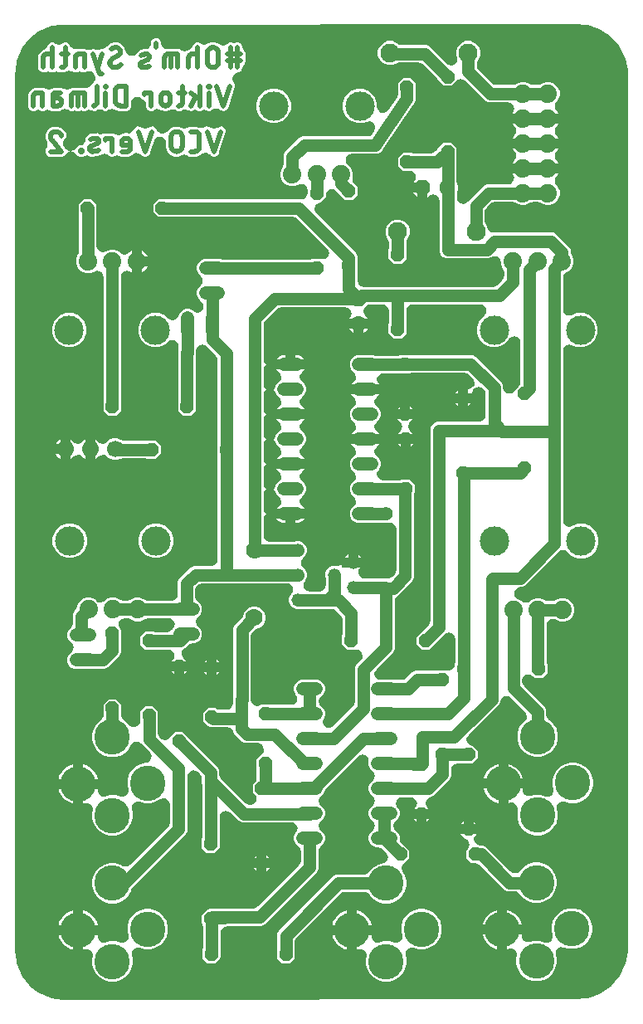
<source format=gbr>
G04 EAGLE Gerber RS-274X export*
G75*
%MOMM*%
%FSLAX34Y34*%
%LPD*%
%INBottom Copper*%
%IPPOS*%
%AMOC8*
5,1,8,0,0,1.08239X$1,22.5*%
G01*
G04 Define Apertures*
%ADD10C,0.508000*%
%ADD11P,1.42962X8X292.5*%
%ADD12C,1.408000*%
%ADD13C,1.320800*%
%ADD14C,1.879600*%
%ADD15C,1.320800*%
%ADD16P,1.42962X8X112.5*%
%ADD17P,1.42962X8X22.5*%
%ADD18P,1.42962X8X202.5*%
%ADD19C,1.700000*%
%ADD20C,3.000000*%
%ADD21P,1.73204X8X112.5*%
%ADD22C,1.600200*%
%ADD23P,1.73204X8X202.5*%
%ADD24C,1.930400*%
%ADD25C,3.616000*%
%ADD26C,1.270000*%
%ADD27C,1.778000*%
G36*
X571079Y2773D02*
X50820Y2561D01*
X49991Y2615D01*
X39140Y4039D01*
X37538Y4468D01*
X27427Y8653D01*
X25990Y9481D01*
X17307Y16141D01*
X16134Y17313D01*
X9471Y25994D01*
X8641Y27430D01*
X4452Y37540D01*
X4023Y39142D01*
X2594Y49992D01*
X2540Y50821D01*
X2540Y947454D01*
X2541Y947456D01*
X2540Y949221D01*
X2594Y950050D01*
X4019Y960895D01*
X4448Y962497D01*
X8631Y972603D01*
X9460Y974039D01*
X16116Y982718D01*
X17288Y983891D01*
X25965Y990551D01*
X27400Y991380D01*
X37505Y995568D01*
X39106Y995997D01*
X49951Y997426D01*
X50780Y997481D01*
X52545Y997481D01*
X52547Y997481D01*
X571106Y997693D01*
X571571Y997617D01*
X572416Y997677D01*
X572864Y997693D01*
X573544Y997694D01*
X573927Y997682D01*
X585314Y996999D01*
X586942Y996685D01*
X598112Y992961D01*
X599603Y992236D01*
X609429Y985747D01*
X610681Y984660D01*
X618492Y975849D01*
X619420Y974476D01*
X624683Y963943D01*
X625225Y962375D01*
X627559Y950948D01*
X627688Y949677D01*
X627688Y52216D01*
X627578Y51039D01*
X625376Y39364D01*
X624859Y37789D01*
X619678Y27015D01*
X618770Y25628D01*
X610977Y16562D01*
X609742Y15457D01*
X599868Y8717D01*
X598388Y7970D01*
X587106Y4016D01*
X585484Y3676D01*
X573749Y2792D01*
X573274Y2774D01*
X572839Y2773D01*
X572483Y2783D01*
X571472Y2840D01*
X571079Y2773D01*
G37*
%LPC*%
G36*
X151207Y910226D02*
X155826Y909172D01*
X161510Y910469D01*
X161513Y910454D01*
X163066Y910782D01*
X165546Y910299D01*
X167672Y909419D01*
X169811Y909419D01*
X171495Y909419D01*
X173697Y910331D01*
X176674Y910790D01*
X179098Y910076D01*
X180118Y909536D01*
X182130Y909346D01*
X184344Y910027D01*
X186161Y910308D01*
X188642Y909825D01*
X189622Y909419D01*
X191643Y909419D01*
X193070Y910010D01*
X195450Y910493D01*
X197930Y910010D01*
X199357Y909419D01*
X201378Y909419D01*
X203470Y910285D01*
X205448Y911541D01*
X207949Y911907D01*
X210394Y911268D01*
X210969Y910826D01*
X211422Y910599D01*
X212225Y910063D01*
X212606Y909936D01*
X213438Y909592D01*
X213797Y909412D01*
X214132Y909345D01*
X214533Y909374D01*
X215433Y909374D01*
X215834Y909345D01*
X216169Y909412D01*
X216528Y909592D01*
X217360Y909936D01*
X217741Y910063D01*
X218025Y910253D01*
X218288Y910557D01*
X218925Y911193D01*
X219229Y911457D01*
X219418Y911740D01*
X219545Y912122D01*
X219890Y912953D01*
X220070Y913313D01*
X220258Y914259D01*
X226895Y934171D01*
X226752Y936187D01*
X225422Y938846D01*
X224858Y939596D01*
X224277Y942056D01*
X224700Y944547D01*
X226062Y946676D01*
X228147Y948105D01*
X229692Y948419D01*
X232016Y949382D01*
X233445Y950811D01*
X234342Y952977D01*
X234682Y954724D01*
X236078Y956831D01*
X236831Y957584D01*
X237605Y959451D01*
X237605Y961528D01*
X237144Y963798D01*
X237605Y966164D01*
X237605Y968245D01*
X236831Y970112D01*
X236078Y970866D01*
X234721Y972879D01*
X234352Y974694D01*
X233445Y976886D01*
X232016Y978315D01*
X230149Y979088D01*
X228072Y979088D01*
X225802Y978627D01*
X223436Y979088D01*
X221354Y979088D01*
X219487Y978315D01*
X218930Y977758D01*
X217009Y976441D01*
X214541Y975898D01*
X212057Y976362D01*
X210662Y977285D01*
X206310Y979088D01*
X202043Y979088D01*
X197881Y977364D01*
X195552Y976882D01*
X193068Y977345D01*
X191966Y978075D01*
X189520Y979088D01*
X187499Y979088D01*
X185632Y978315D01*
X184203Y976886D01*
X183550Y975309D01*
X182209Y973285D01*
X180113Y971873D01*
X177620Y970840D01*
X175291Y970357D01*
X172806Y970821D01*
X172292Y971161D01*
X169507Y972315D01*
X157842Y972315D01*
X155553Y972742D01*
X153424Y974104D01*
X151995Y976188D01*
X151492Y978665D01*
X151492Y979534D01*
X150719Y981401D01*
X149290Y982830D01*
X147423Y983604D01*
X145402Y983604D01*
X143535Y982830D01*
X142106Y981401D01*
X141332Y979534D01*
X141332Y978648D01*
X140937Y976443D01*
X139606Y974295D01*
X137542Y972836D01*
X135073Y972298D01*
X134366Y972288D01*
X130782Y971492D01*
X129109Y970738D01*
X129109Y970738D01*
X128187Y970323D01*
X126271Y968287D01*
X125864Y967624D01*
X123827Y966129D01*
X121367Y965547D01*
X118876Y965971D01*
X116747Y967333D01*
X115318Y969417D01*
X115011Y970928D01*
X113354Y974928D01*
X110655Y977627D01*
X107128Y979088D01*
X103021Y979088D01*
X98850Y977698D01*
X97742Y976867D01*
X96046Y974738D01*
X93964Y973037D01*
X91529Y972360D01*
X89707Y972230D01*
X89400Y972077D01*
X86160Y971419D01*
X83720Y972077D01*
X83412Y972230D01*
X81396Y972374D01*
X79463Y971729D01*
X77505Y971403D01*
X75025Y971887D01*
X73991Y972315D01*
X64633Y972315D01*
X64435Y972273D01*
X61947Y972716D01*
X59829Y974095D01*
X58417Y976191D01*
X58129Y976886D01*
X56700Y978315D01*
X54833Y979088D01*
X52812Y979088D01*
X50259Y978031D01*
X49616Y977590D01*
X47148Y977048D01*
X44663Y977511D01*
X43953Y977981D01*
X41281Y979088D01*
X39260Y979088D01*
X37393Y978315D01*
X35964Y976886D01*
X35311Y975309D01*
X33970Y973285D01*
X31874Y971873D01*
X29830Y971026D01*
X27448Y968644D01*
X26159Y965532D01*
X26159Y963848D01*
X26159Y963848D01*
X26159Y952678D01*
X26933Y950811D01*
X28362Y949382D01*
X30229Y948608D01*
X32250Y948608D01*
X33325Y949054D01*
X35704Y949537D01*
X38185Y949053D01*
X39260Y948608D01*
X41281Y948608D01*
X42358Y949055D01*
X44738Y949538D01*
X47219Y949055D01*
X48296Y948608D01*
X50436Y948608D01*
X52120Y948608D01*
X55099Y949842D01*
X57479Y950326D01*
X59959Y949842D01*
X62939Y948608D01*
X64960Y948608D01*
X66035Y949054D01*
X68414Y949537D01*
X70895Y949053D01*
X71970Y948608D01*
X73991Y948608D01*
X75488Y949228D01*
X77765Y949710D01*
X80253Y949267D01*
X82371Y947888D01*
X83784Y945793D01*
X83834Y945671D01*
X84317Y943341D01*
X83854Y940856D01*
X82458Y938749D01*
X81405Y937696D01*
X81136Y937045D01*
X79830Y935057D01*
X77746Y933628D01*
X75269Y933125D01*
X61673Y933125D01*
X57907Y931565D01*
X55578Y931083D01*
X53093Y931546D01*
X52379Y932020D01*
X49709Y933125D01*
X42499Y933125D01*
X39209Y931762D01*
X36880Y931280D01*
X34395Y931743D01*
X34146Y931909D01*
X31208Y933125D01*
X22869Y933125D01*
X19757Y931836D01*
X17376Y929455D01*
X16087Y926343D01*
X16087Y924659D01*
X16087Y924659D01*
X16087Y913488D01*
X16860Y911621D01*
X18289Y910192D01*
X20156Y909419D01*
X22177Y909419D01*
X23252Y909864D01*
X25632Y910347D01*
X28112Y909864D01*
X29187Y909419D01*
X31208Y909419D01*
X33067Y910189D01*
X35447Y910672D01*
X37927Y910189D01*
X39786Y909419D01*
X45876Y909419D01*
X45877Y909419D01*
X47938Y909419D01*
X50580Y910691D01*
X53234Y911319D01*
X55718Y910856D01*
X56097Y910605D01*
X58960Y909419D01*
X61037Y909419D01*
X63307Y909880D01*
X65673Y909419D01*
X67810Y909419D01*
X70080Y909880D01*
X72446Y909419D01*
X74528Y909419D01*
X75895Y909985D01*
X77414Y910403D01*
X79938Y910260D01*
X83145Y909419D01*
X84009Y909419D01*
X86360Y910393D01*
X88740Y910876D01*
X91221Y910393D01*
X93572Y909419D01*
X95593Y909419D01*
X98099Y910457D01*
X98896Y910999D01*
X101369Y911522D01*
X103850Y911038D01*
X107760Y909419D01*
X116548Y909419D01*
X118415Y910192D01*
X119844Y911621D01*
X120618Y913488D01*
X120618Y917254D01*
X121009Y919448D01*
X122337Y921599D01*
X124398Y923061D01*
X126866Y923603D01*
X129351Y923140D01*
X131458Y921744D01*
X131721Y921481D01*
X132372Y921211D01*
X134360Y919906D01*
X135789Y917821D01*
X136292Y915345D01*
X136292Y913488D01*
X137065Y911621D01*
X138494Y910192D01*
X140361Y909419D01*
X142382Y909419D01*
X145416Y910675D01*
X145437Y910626D01*
X147132Y911204D01*
X149653Y911021D01*
X151207Y910226D01*
G37*
G36*
X198650Y39370D02*
X206226Y39370D01*
X211582Y44726D01*
X211582Y45377D01*
X211836Y46654D01*
X211836Y70537D01*
X212263Y72826D01*
X213625Y74955D01*
X215709Y76384D01*
X217171Y76681D01*
X218954Y77420D01*
X221384Y77903D01*
X253661Y77903D01*
X256929Y79256D01*
X310305Y132632D01*
X311658Y135900D01*
X311658Y153941D01*
X312103Y156277D01*
X313482Y158395D01*
X313723Y158557D01*
X317118Y161952D01*
X318510Y165313D01*
X318510Y168951D01*
X317118Y172312D01*
X314087Y175342D01*
X312771Y177262D01*
X312228Y179731D01*
X312692Y182215D01*
X314087Y184322D01*
X317118Y187352D01*
X318510Y190713D01*
X318510Y194351D01*
X317118Y197712D01*
X314087Y200742D01*
X312771Y202662D01*
X312228Y205131D01*
X312692Y207615D01*
X314087Y209722D01*
X317118Y212752D01*
X318570Y216259D01*
X319947Y218319D01*
X352374Y250746D01*
X354202Y252021D01*
X356661Y252603D01*
X359153Y252179D01*
X361282Y250817D01*
X362711Y248733D01*
X363214Y246256D01*
X363214Y241513D01*
X364606Y238152D01*
X367636Y235122D01*
X368953Y233202D01*
X369495Y230733D01*
X369032Y228249D01*
X367636Y226142D01*
X364606Y223112D01*
X363214Y219751D01*
X363214Y216113D01*
X364606Y212752D01*
X367636Y209722D01*
X368953Y207802D01*
X369495Y205333D01*
X369032Y202849D01*
X367636Y200742D01*
X364606Y197712D01*
X363214Y194351D01*
X363214Y190713D01*
X364606Y187352D01*
X367636Y184322D01*
X368953Y182402D01*
X369495Y179933D01*
X369032Y177449D01*
X367636Y175342D01*
X364606Y172312D01*
X363214Y168951D01*
X363214Y165313D01*
X364606Y161952D01*
X367178Y159380D01*
X370539Y157988D01*
X372903Y157988D01*
X375286Y157524D01*
X377393Y156128D01*
X380900Y152622D01*
X382488Y149970D01*
X382723Y147453D01*
X381959Y145045D01*
X380315Y143125D01*
X378053Y141998D01*
X373041Y140655D01*
X368339Y137940D01*
X364500Y134101D01*
X364156Y133505D01*
X363218Y132262D01*
X361133Y130833D01*
X358657Y130330D01*
X330492Y130330D01*
X327224Y128977D01*
X271101Y72854D01*
X269748Y69586D01*
X269748Y55186D01*
X269494Y53882D01*
X269494Y44726D01*
X274850Y39370D01*
X282426Y39370D01*
X287782Y44726D01*
X287782Y53935D01*
X287528Y55186D01*
X287528Y61505D01*
X287992Y63889D01*
X289388Y65996D01*
X334083Y110690D01*
X336096Y112047D01*
X338573Y112550D01*
X358657Y112550D01*
X360202Y112359D01*
X362482Y111268D01*
X364156Y109375D01*
X364500Y108779D01*
X368339Y104940D01*
X373041Y102225D01*
X378285Y100820D01*
X383715Y100820D01*
X388959Y102225D01*
X393661Y104940D01*
X397500Y108779D01*
X400215Y113481D01*
X401620Y118725D01*
X401620Y124155D01*
X400215Y129399D01*
X397789Y133600D01*
X396940Y136674D01*
X397403Y139158D01*
X398799Y141265D01*
X404622Y147088D01*
X404622Y154664D01*
X398621Y160664D01*
X396786Y161880D01*
X396570Y162097D01*
X395213Y164110D01*
X394710Y166587D01*
X394710Y168951D01*
X393318Y172312D01*
X390287Y175342D01*
X388971Y177262D01*
X388428Y179731D01*
X388892Y182215D01*
X390287Y184322D01*
X393318Y187352D01*
X394710Y190713D01*
X394710Y194351D01*
X393318Y197712D01*
X392827Y198202D01*
X391552Y200030D01*
X390971Y202490D01*
X391395Y204981D01*
X392756Y207110D01*
X394841Y208539D01*
X397318Y209042D01*
X406078Y209042D01*
X408273Y208651D01*
X410423Y207323D01*
X411885Y205262D01*
X412427Y202793D01*
X411964Y200309D01*
X410568Y198202D01*
X409216Y196850D01*
X424920Y196850D01*
X423244Y198526D01*
X421948Y200400D01*
X421386Y202864D01*
X421829Y205352D01*
X423208Y207470D01*
X425304Y208883D01*
X428956Y210395D01*
X445941Y227380D01*
X447294Y230648D01*
X447294Y237238D01*
X447721Y239527D01*
X449083Y241656D01*
X451167Y243085D01*
X453644Y243588D01*
X458401Y243588D01*
X459705Y243334D01*
X468860Y243334D01*
X474216Y248690D01*
X474216Y256265D01*
X468752Y261729D01*
X467162Y262013D01*
X465011Y263341D01*
X463549Y265402D01*
X463007Y267870D01*
X463470Y270355D01*
X464866Y272462D01*
X496487Y304082D01*
X498281Y308415D01*
X499517Y310330D01*
X501578Y311792D01*
X504047Y312335D01*
X506531Y311871D01*
X508638Y310475D01*
X522775Y296339D01*
X524092Y294418D01*
X524634Y291950D01*
X524171Y289465D01*
X522775Y287358D01*
X518932Y283515D01*
X516217Y278813D01*
X514812Y273569D01*
X514812Y268139D01*
X516217Y262895D01*
X518932Y258193D01*
X522771Y254354D01*
X527473Y251639D01*
X532717Y250234D01*
X538147Y250234D01*
X543391Y251639D01*
X548093Y254354D01*
X551932Y258193D01*
X554647Y262895D01*
X556052Y268139D01*
X556052Y273569D01*
X554647Y278813D01*
X551932Y283515D01*
X548093Y287354D01*
X547497Y287698D01*
X546254Y288636D01*
X544825Y290721D01*
X544322Y293197D01*
X544322Y298022D01*
X542969Y301290D01*
X521690Y322569D01*
X520333Y324582D01*
X519830Y327059D01*
X519830Y328146D01*
X520221Y330341D01*
X521549Y332491D01*
X523610Y333953D01*
X526079Y334495D01*
X528563Y334032D01*
X530670Y332636D01*
X532660Y330646D01*
X540236Y330646D01*
X545592Y336002D01*
X545592Y344109D01*
X545333Y344493D01*
X544830Y346970D01*
X544830Y384656D01*
X545239Y386898D01*
X546584Y389037D01*
X548657Y390483D01*
X551129Y391006D01*
X553610Y390523D01*
X558565Y388470D01*
X563315Y388470D01*
X567702Y390287D01*
X571061Y393646D01*
X572878Y398033D01*
X572878Y402783D01*
X571061Y407170D01*
X567702Y410529D01*
X563315Y412346D01*
X558565Y412346D01*
X553388Y410201D01*
X552794Y409801D01*
X550317Y409298D01*
X546563Y409298D01*
X544180Y409762D01*
X543558Y410174D01*
X538315Y412346D01*
X533565Y412346D01*
X529178Y410529D01*
X527930Y409281D01*
X526010Y407964D01*
X523541Y407422D01*
X521057Y407885D01*
X518950Y409281D01*
X517702Y410529D01*
X515465Y411455D01*
X513625Y412622D01*
X512130Y414660D01*
X511548Y417120D01*
X511972Y419611D01*
X513334Y421740D01*
X515418Y423169D01*
X517895Y423672D01*
X519166Y423672D01*
X522434Y425025D01*
X556985Y459577D01*
X558906Y460894D01*
X561374Y461436D01*
X563859Y460973D01*
X565966Y459577D01*
X570004Y455538D01*
X576451Y452868D01*
X583429Y452868D01*
X589876Y455538D01*
X594810Y460472D01*
X597480Y466919D01*
X597480Y473897D01*
X594810Y480344D01*
X589876Y485278D01*
X583429Y487948D01*
X576451Y487948D01*
X570164Y485344D01*
X567936Y484864D01*
X565445Y485287D01*
X563316Y486649D01*
X561887Y488734D01*
X561384Y491210D01*
X561384Y664682D01*
X561793Y666924D01*
X563138Y669063D01*
X565211Y670509D01*
X567683Y671032D01*
X570164Y670549D01*
X575689Y668260D01*
X582667Y668260D01*
X589114Y670930D01*
X594048Y675864D01*
X596718Y682311D01*
X596718Y689289D01*
X594048Y695736D01*
X589114Y700670D01*
X582667Y703340D01*
X575689Y703340D01*
X570164Y701051D01*
X567936Y700571D01*
X565445Y700995D01*
X563316Y702357D01*
X561887Y704441D01*
X561384Y706918D01*
X561384Y739135D01*
X561829Y741471D01*
X563208Y743589D01*
X565304Y745002D01*
X566940Y745679D01*
X570299Y749038D01*
X572116Y753425D01*
X572116Y758175D01*
X569971Y763352D01*
X569571Y763946D01*
X569068Y766423D01*
X569068Y767220D01*
X567715Y770488D01*
X554532Y783671D01*
X551264Y785024D01*
X490587Y785024D01*
X488250Y785470D01*
X486132Y786848D01*
X484720Y788944D01*
X482847Y793466D01*
X482119Y794546D01*
X481616Y797023D01*
X481616Y806398D01*
X482080Y808781D01*
X483476Y810888D01*
X487339Y814750D01*
X489352Y816107D01*
X491829Y816610D01*
X510077Y816610D01*
X512460Y816146D01*
X513082Y815734D01*
X518325Y813562D01*
X523075Y813562D01*
X528252Y815707D01*
X528846Y816107D01*
X531323Y816610D01*
X535477Y816610D01*
X537860Y816146D01*
X538482Y815734D01*
X543725Y813562D01*
X548475Y813562D01*
X552862Y815379D01*
X556221Y818738D01*
X558038Y823125D01*
X558038Y827875D01*
X556221Y832262D01*
X554773Y833710D01*
X553456Y835630D01*
X552914Y838099D01*
X553377Y840583D01*
X554773Y842690D01*
X556221Y844138D01*
X556917Y845820D01*
X541020Y845820D01*
X541020Y855980D01*
X556917Y855980D01*
X556221Y857662D01*
X554773Y859110D01*
X553456Y861030D01*
X552914Y863499D01*
X553377Y865983D01*
X554773Y868090D01*
X556221Y869538D01*
X556917Y871220D01*
X541020Y871220D01*
X541020Y881380D01*
X556917Y881380D01*
X556221Y883062D01*
X554773Y884510D01*
X553456Y886430D01*
X552914Y888899D01*
X553377Y891383D01*
X554773Y893490D01*
X556221Y894938D01*
X556917Y896620D01*
X541020Y896620D01*
X541020Y906780D01*
X556917Y906780D01*
X556221Y908462D01*
X554773Y909910D01*
X553456Y911830D01*
X552914Y914299D01*
X553377Y916783D01*
X554773Y918890D01*
X556221Y920338D01*
X558038Y924725D01*
X558038Y929475D01*
X556221Y933862D01*
X552862Y937221D01*
X548475Y939038D01*
X543725Y939038D01*
X538548Y936893D01*
X537954Y936493D01*
X535477Y935990D01*
X531323Y935990D01*
X528940Y936454D01*
X528318Y936866D01*
X523075Y939038D01*
X518325Y939038D01*
X513148Y936893D01*
X512554Y936493D01*
X510077Y935990D01*
X493353Y935990D01*
X490969Y936454D01*
X488863Y937850D01*
X475438Y951275D01*
X474081Y953288D01*
X473578Y955765D01*
X473578Y957520D01*
X474042Y959903D01*
X474791Y961033D01*
X476880Y966077D01*
X476880Y970927D01*
X475024Y975408D01*
X471594Y978838D01*
X467113Y980694D01*
X462263Y980694D01*
X457782Y978838D01*
X454352Y975408D01*
X452496Y970927D01*
X452496Y966077D01*
X453109Y964596D01*
X453586Y962469D01*
X453202Y959971D01*
X451874Y957821D01*
X449812Y956359D01*
X447344Y955817D01*
X444860Y956280D01*
X442753Y957676D01*
X425152Y975277D01*
X421884Y976630D01*
X396432Y976630D01*
X394049Y977094D01*
X391942Y978490D01*
X391594Y978838D01*
X387113Y980694D01*
X382263Y980694D01*
X377782Y978838D01*
X374352Y975408D01*
X372496Y970927D01*
X372496Y966077D01*
X374352Y961596D01*
X377782Y958166D01*
X382263Y956310D01*
X387113Y956310D01*
X392078Y958367D01*
X394508Y958850D01*
X413803Y958850D01*
X416187Y958386D01*
X418294Y956990D01*
X432734Y942550D01*
X433477Y941448D01*
X439950Y934974D01*
X447526Y934974D01*
X452569Y940018D01*
X454490Y941335D01*
X456958Y941877D01*
X459443Y941414D01*
X461550Y940018D01*
X482004Y919563D01*
X485272Y918210D01*
X505114Y918210D01*
X507355Y917801D01*
X509495Y916456D01*
X510941Y914383D01*
X511463Y911911D01*
X510980Y909430D01*
X509883Y906780D01*
X525780Y906780D01*
X525780Y896620D01*
X509883Y896620D01*
X510579Y894938D01*
X512027Y893490D01*
X513344Y891570D01*
X513886Y889101D01*
X513423Y886617D01*
X512027Y884510D01*
X510579Y883062D01*
X509883Y881380D01*
X525780Y881380D01*
X525780Y871220D01*
X509883Y871220D01*
X510579Y869538D01*
X512027Y868090D01*
X513344Y866170D01*
X513886Y863701D01*
X513423Y861217D01*
X512027Y859110D01*
X510579Y857662D01*
X509883Y855980D01*
X525780Y855980D01*
X525780Y845820D01*
X509883Y845820D01*
X510980Y843170D01*
X511460Y840942D01*
X511037Y838451D01*
X509675Y836322D01*
X507590Y834893D01*
X505114Y834390D01*
X483748Y834390D01*
X480480Y833037D01*
X464906Y817463D01*
X464218Y816377D01*
X462180Y814882D01*
X459721Y814301D01*
X457229Y814724D01*
X455100Y816086D01*
X453671Y818171D01*
X453168Y820647D01*
X453168Y825406D01*
X453652Y827836D01*
X454025Y828737D01*
X454025Y832931D01*
X453111Y835136D01*
X452628Y837567D01*
X452628Y861246D01*
X452882Y862550D01*
X452882Y871706D01*
X447526Y877062D01*
X439950Y877062D01*
X433439Y870551D01*
X432734Y869487D01*
X431248Y868000D01*
X429234Y866643D01*
X426757Y866140D01*
X408754Y866140D01*
X407450Y866394D01*
X398294Y866394D01*
X392938Y861038D01*
X392938Y853462D01*
X398294Y848106D01*
X405119Y848106D01*
X407313Y847715D01*
X409463Y846387D01*
X410925Y844326D01*
X411468Y841857D01*
X411004Y839373D01*
X409609Y837266D01*
X408257Y835914D01*
X423164Y835914D01*
X423164Y821007D01*
X424548Y822391D01*
X426376Y823666D01*
X428836Y824248D01*
X431327Y823824D01*
X433456Y822462D01*
X434885Y820378D01*
X435388Y817901D01*
X435388Y765984D01*
X436742Y762716D01*
X439242Y760216D01*
X442510Y758862D01*
X485310Y758862D01*
X489460Y760581D01*
X491688Y761061D01*
X494179Y760638D01*
X496308Y759276D01*
X497737Y757191D01*
X498240Y754715D01*
X498240Y753425D01*
X500385Y748248D01*
X500785Y747654D01*
X501288Y745177D01*
X501288Y741027D01*
X500824Y738643D01*
X499428Y736537D01*
X494367Y731475D01*
X492353Y730118D01*
X489876Y729615D01*
X396022Y729615D01*
X395384Y729742D01*
X358140Y729742D01*
X355851Y730169D01*
X353722Y731531D01*
X352293Y733615D01*
X351790Y736092D01*
X351790Y744660D01*
X352044Y745964D01*
X352044Y756753D01*
X351790Y758004D01*
X351790Y761228D01*
X350437Y764496D01*
X309925Y805008D01*
X308649Y806836D01*
X308068Y809296D01*
X308492Y811787D01*
X309854Y813916D01*
X311938Y815345D01*
X313796Y815722D01*
X319278Y821204D01*
X319278Y823251D01*
X319669Y825446D01*
X320997Y827596D01*
X323058Y829058D01*
X325527Y829601D01*
X328011Y829137D01*
X330118Y827742D01*
X331896Y825964D01*
X332639Y824862D01*
X339112Y818388D01*
X346688Y818388D01*
X352044Y823744D01*
X352044Y831320D01*
X348393Y834971D01*
X347056Y836938D01*
X346533Y839410D01*
X347016Y841891D01*
X347072Y842025D01*
X347072Y846775D01*
X345255Y851162D01*
X341521Y854896D01*
X340246Y856724D01*
X339664Y859184D01*
X340088Y861675D01*
X341450Y863804D01*
X343534Y865233D01*
X346011Y865736D01*
X368439Y865736D01*
X369722Y865605D01*
X369930Y865562D01*
X370246Y865623D01*
X371441Y865736D01*
X371763Y865736D01*
X371960Y865818D01*
X373195Y866187D01*
X373404Y866227D01*
X373673Y866404D01*
X374733Y866966D01*
X375030Y867089D01*
X375181Y867240D01*
X376181Y868055D01*
X376358Y868172D01*
X376539Y868438D01*
X377304Y869363D01*
X377531Y869590D01*
X377613Y869787D01*
X378225Y870922D01*
X408626Y915733D01*
X409391Y916658D01*
X409619Y916885D01*
X409700Y917082D01*
X410312Y918217D01*
X410431Y918393D01*
X410496Y918708D01*
X410849Y919855D01*
X410972Y920153D01*
X410972Y920366D01*
X411103Y921648D01*
X411146Y921857D01*
X411085Y922173D01*
X410972Y923368D01*
X410972Y926778D01*
X411226Y928082D01*
X411226Y937238D01*
X405870Y942594D01*
X398294Y942594D01*
X392938Y937238D01*
X392938Y928029D01*
X393192Y926778D01*
X393192Y926603D01*
X392097Y923038D01*
X383279Y910041D01*
X380686Y907841D01*
X378226Y907259D01*
X375735Y907683D01*
X373606Y909045D01*
X372177Y911129D01*
X371674Y913606D01*
X371674Y917889D01*
X369004Y924336D01*
X364070Y929270D01*
X357623Y931940D01*
X350645Y931940D01*
X344198Y929270D01*
X339264Y924336D01*
X336594Y917889D01*
X336594Y910911D01*
X339264Y904464D01*
X344198Y899530D01*
X350645Y896860D01*
X357623Y896860D01*
X361280Y898375D01*
X364745Y898774D01*
X367106Y897874D01*
X368930Y896125D01*
X369927Y893802D01*
X369940Y891275D01*
X368965Y888943D01*
X367173Y886301D01*
X364394Y884019D01*
X361918Y883516D01*
X295623Y883516D01*
X292356Y882163D01*
X277597Y867404D01*
X276244Y864137D01*
X276244Y855023D01*
X275780Y852640D01*
X275368Y852018D01*
X273196Y846775D01*
X273196Y842025D01*
X275013Y837638D01*
X278372Y834279D01*
X282759Y832462D01*
X287509Y832462D01*
X292210Y834409D01*
X294438Y834890D01*
X296929Y834466D01*
X299058Y833104D01*
X300487Y831019D01*
X300990Y828543D01*
X300990Y825500D01*
X300563Y823211D01*
X299201Y821082D01*
X297117Y819653D01*
X294640Y819150D01*
X159072Y819150D01*
X157768Y819404D01*
X148612Y819404D01*
X143256Y814048D01*
X143256Y806472D01*
X148612Y801116D01*
X157821Y801116D01*
X159072Y801370D01*
X285787Y801370D01*
X288171Y800906D01*
X290278Y799510D01*
X321012Y768776D01*
X322287Y766948D01*
X322868Y764488D01*
X322444Y761997D01*
X321083Y759868D01*
X318998Y758439D01*
X316521Y757936D01*
X304713Y757936D01*
X303462Y757682D01*
X213499Y757682D01*
X212222Y757936D01*
X194777Y757936D01*
X191416Y756544D01*
X188844Y753972D01*
X187452Y750611D01*
X187452Y746973D01*
X188844Y743612D01*
X191874Y740582D01*
X193191Y738662D01*
X193733Y736193D01*
X193270Y733709D01*
X191874Y731602D01*
X188844Y728572D01*
X187452Y725211D01*
X187452Y721573D01*
X188844Y718212D01*
X191089Y715967D01*
X191481Y715411D01*
X192632Y714654D01*
X194061Y712570D01*
X194564Y710093D01*
X194564Y709998D01*
X194173Y707803D01*
X192845Y705653D01*
X190784Y704191D01*
X188315Y703649D01*
X185831Y704112D01*
X183724Y705508D01*
X183561Y705671D01*
X183371Y705941D01*
X179873Y707390D01*
X176235Y707390D01*
X172874Y705998D01*
X170302Y703426D01*
X168807Y699815D01*
X167571Y697901D01*
X165510Y696439D01*
X163041Y695896D01*
X160557Y696360D01*
X158450Y697755D01*
X155536Y700670D01*
X149089Y703340D01*
X142111Y703340D01*
X135664Y700670D01*
X130730Y695736D01*
X128060Y689289D01*
X128060Y682311D01*
X130730Y675864D01*
X135664Y670930D01*
X142111Y668260D01*
X149089Y668260D01*
X155536Y670930D01*
X158324Y673719D01*
X160152Y674994D01*
X162612Y675575D01*
X165103Y675152D01*
X167232Y673790D01*
X168661Y671705D01*
X169164Y669228D01*
X169164Y666331D01*
X168910Y665054D01*
X168910Y613986D01*
X168656Y612682D01*
X168656Y603526D01*
X174012Y598170D01*
X181588Y598170D01*
X186944Y603526D01*
X186944Y612735D01*
X186690Y613986D01*
X186690Y659295D01*
X186944Y660572D01*
X186944Y664501D01*
X187335Y666696D01*
X188663Y668846D01*
X190724Y670308D01*
X193193Y670851D01*
X195677Y670387D01*
X197784Y668992D01*
X207188Y659587D01*
X208545Y657574D01*
X209048Y655097D01*
X209048Y570298D01*
X208794Y568994D01*
X208794Y558205D01*
X209048Y556954D01*
X209048Y451358D01*
X208621Y449069D01*
X207259Y446940D01*
X205175Y445511D01*
X202698Y445008D01*
X184668Y445008D01*
X181400Y443655D01*
X169755Y432010D01*
X168402Y428742D01*
X168402Y415902D01*
X167975Y413613D01*
X166613Y411484D01*
X164529Y410055D01*
X162052Y409552D01*
X137731Y409552D01*
X135348Y410016D01*
X134726Y410428D01*
X129483Y412600D01*
X124733Y412600D01*
X119556Y410455D01*
X118962Y410055D01*
X116485Y409552D01*
X112731Y409552D01*
X110348Y410016D01*
X109726Y410428D01*
X104483Y412600D01*
X99733Y412600D01*
X95346Y410783D01*
X94098Y409535D01*
X92178Y408218D01*
X89709Y407676D01*
X87225Y408139D01*
X85118Y409535D01*
X83870Y410783D01*
X79483Y412600D01*
X74733Y412600D01*
X70346Y410783D01*
X66987Y407424D01*
X64843Y402247D01*
X64706Y401543D01*
X63310Y399437D01*
X62567Y398694D01*
X61214Y395426D01*
X61214Y386148D01*
X60750Y383765D01*
X59354Y381658D01*
X57272Y379576D01*
X55880Y376215D01*
X55880Y372577D01*
X57272Y369216D01*
X60302Y366186D01*
X61619Y364266D01*
X62161Y361797D01*
X61698Y359313D01*
X60302Y357206D01*
X57272Y354176D01*
X55880Y350815D01*
X55880Y347177D01*
X57272Y343816D01*
X59844Y341244D01*
X63205Y339852D01*
X80650Y339852D01*
X81927Y340106D01*
X93970Y340106D01*
X97238Y341459D01*
X109137Y353358D01*
X110490Y356626D01*
X110490Y369502D01*
X110744Y370806D01*
X110744Y379962D01*
X109774Y380932D01*
X108499Y382760D01*
X107917Y385220D01*
X108341Y387711D01*
X109703Y389840D01*
X111787Y391269D01*
X114264Y391772D01*
X116485Y391772D01*
X118868Y391308D01*
X119490Y390896D01*
X124733Y388724D01*
X130592Y388724D01*
X130826Y388682D01*
X130875Y388756D01*
X132970Y390169D01*
X134660Y390869D01*
X135254Y391269D01*
X137731Y391772D01*
X158786Y391772D01*
X160981Y391381D01*
X163131Y390053D01*
X164593Y387992D01*
X165135Y385523D01*
X164672Y383039D01*
X163276Y380932D01*
X162211Y379867D01*
X162056Y379630D01*
X159971Y378201D01*
X157495Y377698D01*
X145610Y377698D01*
X144306Y377952D01*
X135400Y377952D01*
X135156Y377995D01*
X135082Y377884D01*
X129794Y372596D01*
X129794Y365020D01*
X135150Y359664D01*
X144359Y359664D01*
X145610Y359918D01*
X158682Y359918D01*
X160877Y359527D01*
X163027Y358199D01*
X164489Y356138D01*
X165031Y353669D01*
X164568Y351185D01*
X163172Y349078D01*
X161820Y347726D01*
X177524Y347726D01*
X174138Y351111D01*
X172842Y352986D01*
X172280Y355450D01*
X172724Y357938D01*
X174103Y360056D01*
X175346Y360893D01*
X178861Y364408D01*
X180874Y365765D01*
X183351Y366268D01*
X185715Y366268D01*
X189076Y367660D01*
X191648Y370232D01*
X193040Y373593D01*
X193040Y377231D01*
X191648Y380592D01*
X188618Y383622D01*
X187301Y385542D01*
X186759Y388011D01*
X187222Y390495D01*
X188618Y392602D01*
X191648Y395632D01*
X193040Y398993D01*
X193040Y402631D01*
X191648Y405992D01*
X188351Y409289D01*
X188114Y409444D01*
X186685Y411529D01*
X186182Y414005D01*
X186182Y420661D01*
X186646Y423045D01*
X188042Y425152D01*
X188259Y425368D01*
X190272Y426725D01*
X192749Y427228D01*
X279840Y427228D01*
X282035Y426837D01*
X284185Y425509D01*
X285647Y423448D01*
X286189Y420979D01*
X285726Y418495D01*
X284330Y416388D01*
X283332Y415390D01*
X281940Y412029D01*
X281940Y408391D01*
X283332Y405030D01*
X285904Y402458D01*
X289265Y401066D01*
X293502Y401066D01*
X294779Y401320D01*
X325665Y401320D01*
X328049Y400856D01*
X330156Y399460D01*
X334436Y395180D01*
X335793Y393166D01*
X336296Y390689D01*
X336296Y375480D01*
X336042Y374176D01*
X336042Y365020D01*
X341398Y359664D01*
X350650Y359664D01*
X352845Y359273D01*
X354995Y357945D01*
X356457Y355884D01*
X356999Y353415D01*
X356536Y350931D01*
X355140Y348824D01*
X350343Y344027D01*
X348990Y340759D01*
X348990Y306026D01*
X348526Y303643D01*
X347130Y301536D01*
X327367Y281774D01*
X325585Y280520D01*
X323130Y279919D01*
X320636Y280323D01*
X318496Y281668D01*
X317050Y283741D01*
X316527Y286213D01*
X317011Y288694D01*
X318510Y292313D01*
X318510Y295951D01*
X317118Y299312D01*
X314087Y302342D01*
X312771Y304262D01*
X312228Y306731D01*
X312692Y309215D01*
X314087Y311322D01*
X317118Y314352D01*
X318510Y317713D01*
X318510Y321351D01*
X317118Y324712D01*
X314545Y327284D01*
X311185Y328676D01*
X294339Y328676D01*
X290978Y327284D01*
X288406Y324712D01*
X287014Y321351D01*
X287014Y317713D01*
X288406Y314352D01*
X288570Y314188D01*
X289845Y312360D01*
X290427Y309900D01*
X290003Y307409D01*
X288641Y305280D01*
X286557Y303851D01*
X284080Y303348D01*
X264482Y303348D01*
X262099Y303812D01*
X262033Y303856D01*
X253762Y303856D01*
X251955Y302596D01*
X249495Y302014D01*
X247004Y302438D01*
X244875Y303800D01*
X243446Y305884D01*
X242943Y308361D01*
X242943Y373536D01*
X243407Y375920D01*
X244803Y378027D01*
X245829Y379053D01*
X247889Y380429D01*
X252855Y382486D01*
X256070Y385701D01*
X257810Y389902D01*
X257810Y394450D01*
X256070Y398651D01*
X252855Y401866D01*
X248654Y403606D01*
X244106Y403606D01*
X239905Y401866D01*
X236690Y398651D01*
X234633Y393685D01*
X233257Y391625D01*
X226516Y384885D01*
X225163Y381617D01*
X225163Y312614D01*
X224680Y310184D01*
X224655Y310124D01*
X224655Y304800D01*
X224228Y302511D01*
X222866Y300382D01*
X220782Y298953D01*
X218305Y298450D01*
X211142Y298450D01*
X208759Y298914D01*
X207159Y299974D01*
X199412Y299974D01*
X194056Y294618D01*
X194056Y287042D01*
X199518Y281580D01*
X201416Y281203D01*
X202702Y280670D01*
X218853Y280670D01*
X221189Y280225D01*
X223307Y278846D01*
X224719Y276750D01*
X226008Y273638D01*
X233807Y265839D01*
X237075Y264486D01*
X249868Y264486D01*
X252063Y264095D01*
X254213Y262767D01*
X255675Y260706D01*
X256217Y258237D01*
X255754Y255753D01*
X254358Y253646D01*
X248412Y247700D01*
X248412Y238491D01*
X248666Y237240D01*
X248666Y228160D01*
X248202Y225777D01*
X246806Y223670D01*
X244856Y221720D01*
X244856Y214144D01*
X246992Y212008D01*
X248267Y210180D01*
X248849Y207720D01*
X248425Y205229D01*
X247063Y203100D01*
X244979Y201671D01*
X242502Y201168D01*
X241870Y201168D01*
X239486Y201632D01*
X237380Y203028D01*
X212426Y227982D01*
X211069Y229995D01*
X210566Y232472D01*
X210566Y236210D01*
X209213Y239478D01*
X180676Y268015D01*
X179933Y269116D01*
X173460Y275590D01*
X165884Y275590D01*
X159632Y269337D01*
X157711Y268020D01*
X155243Y267478D01*
X152758Y267941D01*
X150651Y269337D01*
X149688Y270301D01*
X148331Y272314D01*
X147828Y274791D01*
X147828Y285936D01*
X148082Y287240D01*
X148082Y296396D01*
X142726Y301752D01*
X135150Y301752D01*
X129794Y296396D01*
X129794Y286705D01*
X129649Y285357D01*
X128632Y283043D01*
X126793Y281310D01*
X124423Y280431D01*
X121899Y280546D01*
X119619Y281637D01*
X118699Y282677D01*
X118691Y282670D01*
X114261Y287100D01*
X113665Y287444D01*
X112422Y288382D01*
X110993Y290467D01*
X110490Y292943D01*
X110490Y293302D01*
X110744Y294606D01*
X110744Y303762D01*
X105388Y309118D01*
X97812Y309118D01*
X92456Y303762D01*
X92456Y294553D01*
X92710Y293302D01*
X92710Y292943D01*
X92519Y291398D01*
X91428Y289118D01*
X89535Y287444D01*
X88939Y287100D01*
X85100Y283261D01*
X82385Y278559D01*
X80980Y273315D01*
X80980Y267885D01*
X82385Y262641D01*
X85100Y257939D01*
X88939Y254100D01*
X93641Y251385D01*
X98885Y249980D01*
X104315Y249980D01*
X109559Y251385D01*
X114261Y254100D01*
X118100Y257939D01*
X120845Y262694D01*
X121714Y263864D01*
X123775Y265326D01*
X126243Y265868D01*
X128728Y265405D01*
X130835Y264009D01*
X139784Y255060D01*
X141059Y253232D01*
X141640Y250772D01*
X141216Y248281D01*
X139855Y246152D01*
X137770Y244723D01*
X135293Y244220D01*
X134885Y244220D01*
X129641Y242815D01*
X124939Y240100D01*
X121100Y236261D01*
X118385Y231559D01*
X116980Y226315D01*
X116980Y220885D01*
X117903Y217440D01*
X117952Y214349D01*
X116898Y212052D01*
X115032Y210349D01*
X112649Y209508D01*
X110126Y209663D01*
X104315Y211220D01*
X98885Y211220D01*
X94440Y210029D01*
X91349Y209980D01*
X89052Y211034D01*
X87349Y212900D01*
X86508Y215284D01*
X86645Y217520D01*
X71680Y217520D01*
X71680Y202614D01*
X73760Y203171D01*
X76851Y203220D01*
X79148Y202166D01*
X80852Y200300D01*
X81692Y197917D01*
X81537Y195394D01*
X80980Y193315D01*
X80980Y187885D01*
X82385Y182641D01*
X85100Y177939D01*
X88939Y174100D01*
X93641Y171385D01*
X98885Y169980D01*
X104315Y169980D01*
X109559Y171385D01*
X114261Y174100D01*
X118100Y177939D01*
X120815Y182641D01*
X122220Y187885D01*
X122220Y193315D01*
X121297Y196760D01*
X121248Y199851D01*
X122302Y202148D01*
X124168Y203851D01*
X126551Y204692D01*
X129074Y204537D01*
X134885Y202980D01*
X140315Y202980D01*
X145559Y204385D01*
X150719Y207364D01*
X153692Y208212D01*
X156183Y207788D01*
X158312Y206426D01*
X159741Y204342D01*
X160244Y201865D01*
X160244Y182587D01*
X159780Y180203D01*
X158384Y178097D01*
X120221Y139934D01*
X117472Y138317D01*
X114952Y138122D01*
X112556Y138924D01*
X109559Y140655D01*
X104315Y142060D01*
X98885Y142060D01*
X93641Y140655D01*
X88939Y137940D01*
X85100Y134101D01*
X82385Y129399D01*
X80980Y124155D01*
X80980Y118725D01*
X82385Y113481D01*
X85100Y108779D01*
X88939Y104940D01*
X93641Y102225D01*
X98885Y100820D01*
X104315Y100820D01*
X109559Y102225D01*
X114261Y104940D01*
X118100Y108779D01*
X120815Y113481D01*
X121070Y114435D01*
X122714Y117282D01*
X176671Y171238D01*
X178024Y174506D01*
X178024Y230191D01*
X178415Y232386D01*
X179743Y234536D01*
X181804Y235998D01*
X184273Y236541D01*
X186757Y236077D01*
X188864Y234682D01*
X190926Y232620D01*
X192283Y230606D01*
X192786Y228129D01*
X192786Y224391D01*
X192811Y224331D01*
X193294Y221901D01*
X193294Y168141D01*
X192830Y165758D01*
X192604Y165417D01*
X192604Y157245D01*
X197960Y151889D01*
X205536Y151889D01*
X210892Y157245D01*
X210892Y157998D01*
X211074Y158913D01*
X211074Y188858D01*
X211465Y191053D01*
X212793Y193203D01*
X214854Y194665D01*
X217323Y195208D01*
X219807Y194744D01*
X221914Y193349D01*
X230521Y184741D01*
X233789Y183388D01*
X284152Y183388D01*
X286346Y182997D01*
X288497Y181669D01*
X289959Y179608D01*
X290501Y177139D01*
X290038Y174655D01*
X288642Y172548D01*
X288406Y172312D01*
X287014Y168951D01*
X287014Y165313D01*
X288406Y161952D01*
X291699Y158660D01*
X291946Y158497D01*
X293375Y156413D01*
X293878Y153936D01*
X293878Y143981D01*
X293414Y141597D01*
X292018Y139491D01*
X250070Y97543D01*
X248057Y96186D01*
X245580Y95683D01*
X201940Y95683D01*
X198988Y94460D01*
X198309Y94325D01*
X192604Y88620D01*
X192604Y80848D01*
X193553Y79440D01*
X194056Y76963D01*
X194056Y55694D01*
X193592Y53311D01*
X193294Y52861D01*
X193294Y44726D01*
X198650Y39370D01*
G37*
G36*
X262645Y896860D02*
X269623Y896860D01*
X276070Y899530D01*
X281004Y904464D01*
X283674Y910911D01*
X283674Y917889D01*
X281004Y924336D01*
X276070Y929270D01*
X269623Y931940D01*
X262645Y931940D01*
X256198Y929270D01*
X251264Y924336D01*
X248594Y917889D01*
X248594Y910911D01*
X251264Y904464D01*
X256198Y899530D01*
X262645Y896860D01*
G37*
G36*
X49719Y862831D02*
X50480Y862770D01*
X51185Y863062D01*
X51667Y863239D01*
X52393Y863473D01*
X52933Y864013D01*
X53311Y864361D01*
X54125Y865053D01*
X54531Y865610D01*
X54583Y865663D01*
X54774Y865961D01*
X56824Y867439D01*
X59288Y868001D01*
X61776Y867557D01*
X63894Y866178D01*
X64129Y865828D01*
X66332Y863625D01*
X68199Y862852D01*
X71349Y862852D01*
X73071Y863565D01*
X75803Y864041D01*
X78253Y863421D01*
X79491Y862826D01*
X81377Y862853D01*
X85424Y862910D01*
X89233Y864281D01*
X90815Y864850D01*
X91174Y865084D01*
X93642Y865626D01*
X96127Y865163D01*
X98233Y863767D01*
X98375Y863625D01*
X100242Y862852D01*
X102263Y862852D01*
X103792Y863485D01*
X106172Y863969D01*
X108652Y863485D01*
X110181Y862852D01*
X118520Y862852D01*
X121632Y864141D01*
X122178Y864687D01*
X123693Y865807D01*
X126117Y866523D01*
X128628Y866237D01*
X130829Y864994D01*
X131252Y864626D01*
X131889Y863990D01*
X132152Y863686D01*
X132436Y863497D01*
X132817Y863370D01*
X133649Y863025D01*
X134008Y862845D01*
X134343Y862779D01*
X134744Y862807D01*
X135644Y862807D01*
X136045Y862779D01*
X136380Y862845D01*
X136740Y863025D01*
X137571Y863370D01*
X137953Y863497D01*
X138236Y863686D01*
X138500Y863990D01*
X139136Y864627D01*
X139440Y864890D01*
X139630Y865174D01*
X139757Y865555D01*
X140101Y866387D01*
X140281Y866746D01*
X140469Y867692D01*
X144110Y878614D01*
X145434Y880877D01*
X147472Y882371D01*
X149931Y882953D01*
X152423Y882529D01*
X154552Y881167D01*
X155981Y879083D01*
X156484Y876606D01*
X156484Y871443D01*
X158117Y867502D01*
X161133Y864485D01*
X165075Y862852D01*
X169342Y862852D01*
X172380Y864111D01*
X174709Y864593D01*
X177194Y864130D01*
X177239Y864100D01*
X177243Y864109D01*
X180277Y862852D01*
X187711Y862852D01*
X191238Y864313D01*
X192010Y865085D01*
X193526Y866205D01*
X195949Y866921D01*
X198460Y866635D01*
X200661Y865392D01*
X201544Y864627D01*
X202181Y863990D01*
X202444Y863686D01*
X202728Y863497D01*
X203109Y863370D01*
X203941Y863025D01*
X204300Y862845D01*
X204635Y862779D01*
X205036Y862807D01*
X205936Y862807D01*
X206337Y862779D01*
X206672Y862845D01*
X207031Y863025D01*
X207863Y863370D01*
X208245Y863497D01*
X208528Y863686D01*
X208792Y863990D01*
X209428Y864627D01*
X209732Y864890D01*
X209921Y865174D01*
X210049Y865555D01*
X210393Y866387D01*
X210573Y866746D01*
X210761Y867692D01*
X217398Y887604D01*
X217255Y889620D01*
X216351Y891428D01*
X214824Y892752D01*
X212907Y893391D01*
X210891Y893248D01*
X208326Y891965D01*
X205086Y891307D01*
X202646Y891965D01*
X200081Y893248D01*
X198065Y893391D01*
X195591Y892566D01*
X195201Y892321D01*
X192728Y891798D01*
X190248Y892281D01*
X187711Y893332D01*
X185803Y893332D01*
X185803Y893332D01*
X180277Y893332D01*
X177335Y892114D01*
X177334Y892113D01*
X177332Y892112D01*
X177243Y892075D01*
X177236Y892092D01*
X174861Y891590D01*
X172380Y892073D01*
X169342Y893332D01*
X165075Y893332D01*
X161133Y891699D01*
X157223Y887789D01*
X157151Y887861D01*
X155753Y886693D01*
X153335Y885958D01*
X150821Y886224D01*
X148611Y887449D01*
X147054Y889439D01*
X146059Y891428D01*
X144533Y892752D01*
X142615Y893391D01*
X140599Y893248D01*
X138034Y891965D01*
X134795Y891307D01*
X132354Y891965D01*
X129789Y893248D01*
X127773Y893391D01*
X125856Y892752D01*
X124329Y891428D01*
X123602Y889973D01*
X121386Y887491D01*
X119036Y886562D01*
X116509Y886622D01*
X115707Y886805D01*
X111262Y885791D01*
X110394Y885265D01*
X107925Y884722D01*
X105441Y885186D01*
X105213Y885337D01*
X102263Y886559D01*
X93469Y886559D01*
X92379Y886107D01*
X89647Y885631D01*
X87197Y886251D01*
X86504Y886585D01*
X84618Y886558D01*
X82783Y886532D01*
X79199Y885736D01*
X77525Y884982D01*
X77525Y884982D01*
X76604Y884567D01*
X75219Y883095D01*
X74502Y881206D01*
X74518Y880684D01*
X74094Y878202D01*
X72732Y876073D01*
X70648Y874644D01*
X68226Y874152D01*
X66332Y873367D01*
X64737Y871773D01*
X63773Y870278D01*
X61711Y868816D01*
X59243Y868274D01*
X56759Y868737D01*
X54652Y870133D01*
X53587Y871197D01*
X53239Y871575D01*
X52971Y871890D01*
X51669Y874383D01*
X51524Y876906D01*
X52374Y879286D01*
X54321Y882509D01*
X54220Y886170D01*
X53740Y887650D01*
X50439Y891322D01*
X45928Y893332D01*
X41438Y893332D01*
X37704Y891785D01*
X34846Y888927D01*
X33299Y885193D01*
X33299Y881009D01*
X34898Y877280D01*
X35410Y874880D01*
X34947Y872395D01*
X34366Y871519D01*
X33299Y868942D01*
X33299Y866922D01*
X34073Y865054D01*
X35502Y863625D01*
X37369Y862852D01*
X49206Y862852D01*
X49719Y862831D01*
G37*
G36*
X408257Y825754D02*
X413004Y821007D01*
X413004Y825754D01*
X408257Y825754D01*
G37*
G36*
X97812Y598170D02*
X105388Y598170D01*
X110744Y603526D01*
X110744Y612735D01*
X110490Y613986D01*
X110490Y740048D01*
X110899Y742290D01*
X112244Y744429D01*
X114317Y745875D01*
X116789Y746398D01*
X119270Y745915D01*
X121520Y744983D01*
X121520Y766617D01*
X119838Y765921D01*
X118590Y764673D01*
X116670Y763356D01*
X114201Y762814D01*
X111717Y763277D01*
X109610Y764673D01*
X108362Y765921D01*
X103975Y767738D01*
X99225Y767738D01*
X94270Y765685D01*
X92042Y765205D01*
X89551Y765629D01*
X87422Y766991D01*
X85993Y769075D01*
X85490Y771552D01*
X85490Y812510D01*
X85344Y813244D01*
X85344Y814048D01*
X79988Y819404D01*
X72412Y819404D01*
X67056Y814048D01*
X67056Y805889D01*
X67207Y805665D01*
X67710Y803188D01*
X67710Y766423D01*
X67246Y764040D01*
X66834Y763418D01*
X64662Y758175D01*
X64662Y753425D01*
X66479Y749038D01*
X69838Y745679D01*
X74225Y743862D01*
X78975Y743862D01*
X83930Y745915D01*
X86158Y746395D01*
X88649Y745971D01*
X90778Y744609D01*
X92207Y742525D01*
X92710Y740048D01*
X92710Y613986D01*
X92456Y612682D01*
X92456Y603526D01*
X97812Y598170D01*
G37*
G36*
X388896Y753110D02*
X396472Y753110D01*
X401828Y758466D01*
X401828Y767841D01*
X401616Y768884D01*
X401616Y775058D01*
X402080Y777441D01*
X402829Y778571D01*
X404918Y783615D01*
X404918Y788465D01*
X403062Y792946D01*
X399632Y796376D01*
X395151Y798232D01*
X390301Y798232D01*
X385820Y796376D01*
X382390Y792946D01*
X380534Y788465D01*
X380534Y783615D01*
X382606Y778614D01*
X383333Y777535D01*
X383836Y775058D01*
X383836Y768968D01*
X383540Y767447D01*
X383540Y758466D01*
X388896Y753110D01*
G37*
G36*
X131680Y760880D02*
X137417Y760880D01*
X136721Y762562D01*
X133362Y765921D01*
X131680Y766617D01*
X131680Y760880D01*
G37*
G36*
X131680Y750720D02*
X131680Y744983D01*
X133362Y745679D01*
X136721Y749038D01*
X137417Y750720D01*
X131680Y750720D01*
G37*
G36*
X54111Y668260D02*
X61089Y668260D01*
X67536Y670930D01*
X72470Y675864D01*
X75140Y682311D01*
X75140Y689289D01*
X72470Y695736D01*
X67536Y700670D01*
X61089Y703340D01*
X54111Y703340D01*
X47664Y700670D01*
X42730Y695736D01*
X40060Y689289D01*
X40060Y682311D01*
X42730Y675864D01*
X47664Y670930D01*
X54111Y668260D01*
G37*
G36*
X102198Y553094D02*
X106590Y553094D01*
X109387Y554253D01*
X111817Y554736D01*
X135066Y554736D01*
X136371Y554482D01*
X145526Y554482D01*
X150882Y559838D01*
X150882Y567414D01*
X145526Y572770D01*
X136317Y572770D01*
X135066Y572516D01*
X114255Y572516D01*
X111872Y572980D01*
X111817Y573016D01*
X111815Y573010D01*
X106590Y575174D01*
X102198Y575174D01*
X98140Y573493D01*
X96184Y571537D01*
X94264Y570220D01*
X91795Y569678D01*
X89311Y570141D01*
X87204Y571537D01*
X85248Y573493D01*
X84074Y573979D01*
X84074Y554289D01*
X85248Y554775D01*
X87204Y556731D01*
X89124Y558048D01*
X91593Y558590D01*
X94077Y558127D01*
X96184Y556731D01*
X98140Y554775D01*
X102198Y553094D01*
G37*
G36*
X43749Y569214D02*
X48514Y569214D01*
X48514Y573979D01*
X47340Y573493D01*
X44235Y570388D01*
X43749Y569214D01*
G37*
G36*
X72740Y554775D02*
X73914Y554289D01*
X73914Y573979D01*
X72740Y573493D01*
X70784Y571537D01*
X68864Y570220D01*
X66395Y569678D01*
X63911Y570141D01*
X61804Y571537D01*
X59848Y573493D01*
X58674Y573979D01*
X58674Y554289D01*
X59848Y554775D01*
X61804Y556731D01*
X63724Y558048D01*
X66193Y558590D01*
X68677Y558127D01*
X70784Y556731D01*
X72740Y554775D01*
G37*
G36*
X47340Y554775D02*
X48514Y554289D01*
X48514Y559054D01*
X43749Y559054D01*
X44235Y557880D01*
X47340Y554775D01*
G37*
G36*
X54619Y453122D02*
X61597Y453122D01*
X68044Y455792D01*
X72978Y460726D01*
X75648Y467173D01*
X75648Y474151D01*
X72978Y480598D01*
X68044Y485532D01*
X61597Y488202D01*
X54619Y488202D01*
X48172Y485532D01*
X43238Y480598D01*
X40568Y474151D01*
X40568Y467173D01*
X43238Y460726D01*
X48172Y455792D01*
X54619Y453122D01*
G37*
G36*
X142619Y453122D02*
X149597Y453122D01*
X156044Y455792D01*
X160978Y460726D01*
X163648Y467173D01*
X163648Y474151D01*
X160978Y480598D01*
X156044Y485532D01*
X149597Y488202D01*
X142619Y488202D01*
X136172Y485532D01*
X131238Y480598D01*
X128568Y474151D01*
X128568Y467173D01*
X131238Y460726D01*
X136172Y455792D01*
X142619Y453122D01*
G37*
G36*
X195348Y346710D02*
X198120Y346710D01*
X198120Y349482D01*
X195348Y346710D01*
G37*
G36*
X208280Y346710D02*
X211052Y346710D01*
X208280Y349482D01*
X208280Y346710D01*
G37*
G36*
X161820Y337566D02*
X164592Y334794D01*
X164592Y337566D01*
X161820Y337566D01*
G37*
G36*
X174752Y337566D02*
X174752Y334794D01*
X177524Y337566D01*
X174752Y337566D01*
G37*
G36*
X195348Y336550D02*
X198120Y333778D01*
X198120Y336550D01*
X195348Y336550D01*
G37*
G36*
X208280Y336550D02*
X208280Y333778D01*
X211052Y336550D01*
X208280Y336550D01*
G37*
G36*
X532717Y170234D02*
X538147Y170234D01*
X543391Y171639D01*
X548093Y174354D01*
X551932Y178193D01*
X554647Y182895D01*
X556052Y188139D01*
X556052Y193569D01*
X555129Y197014D01*
X555080Y200105D01*
X556134Y202402D01*
X558000Y204105D01*
X560383Y204946D01*
X562906Y204791D01*
X568717Y203234D01*
X574147Y203234D01*
X579391Y204639D01*
X584093Y207354D01*
X587932Y211193D01*
X590647Y215895D01*
X592052Y221139D01*
X592052Y226569D01*
X590647Y231813D01*
X587932Y236515D01*
X584093Y240354D01*
X579391Y243069D01*
X574147Y244474D01*
X568717Y244474D01*
X563473Y243069D01*
X558771Y240354D01*
X554932Y236515D01*
X552217Y231813D01*
X550812Y226569D01*
X550812Y221139D01*
X551735Y217694D01*
X551784Y214603D01*
X550730Y212306D01*
X548864Y210603D01*
X546481Y209762D01*
X543958Y209917D01*
X538147Y211474D01*
X532717Y211474D01*
X528272Y210283D01*
X525181Y210234D01*
X522884Y211288D01*
X521181Y213154D01*
X520340Y215538D01*
X520477Y217774D01*
X505512Y217774D01*
X505512Y202868D01*
X507592Y203425D01*
X510683Y203474D01*
X512980Y202420D01*
X514684Y200554D01*
X515524Y198171D01*
X515369Y195648D01*
X514812Y193569D01*
X514812Y188139D01*
X516217Y182895D01*
X518932Y178193D01*
X522771Y174354D01*
X527473Y171639D01*
X532717Y170234D01*
G37*
G36*
X480446Y227934D02*
X495352Y227934D01*
X495352Y242840D01*
X492473Y242069D01*
X487771Y239354D01*
X483932Y235515D01*
X481217Y230813D01*
X480446Y227934D01*
G37*
G36*
X505512Y227934D02*
X520418Y227934D01*
X519647Y230813D01*
X516932Y235515D01*
X513093Y239354D01*
X508391Y242069D01*
X505512Y242840D01*
X505512Y227934D01*
G37*
G36*
X46614Y227680D02*
X61520Y227680D01*
X61520Y242586D01*
X58641Y241815D01*
X53939Y239100D01*
X50100Y235261D01*
X47385Y230559D01*
X46614Y227680D01*
G37*
G36*
X71680Y227680D02*
X86586Y227680D01*
X85815Y230559D01*
X83100Y235261D01*
X79261Y239100D01*
X74559Y241815D01*
X71680Y242586D01*
X71680Y227680D01*
G37*
G36*
X492473Y203639D02*
X495352Y202868D01*
X495352Y217774D01*
X480446Y217774D01*
X481217Y214895D01*
X483932Y210193D01*
X487771Y206354D01*
X492473Y203639D01*
G37*
G36*
X58641Y203385D02*
X61520Y202614D01*
X61520Y217520D01*
X46614Y217520D01*
X47385Y214641D01*
X50100Y209939D01*
X53939Y206100D01*
X58641Y203385D01*
G37*
G36*
X409216Y186690D02*
X411988Y183918D01*
X411988Y186690D01*
X409216Y186690D01*
G37*
G36*
X422148Y186690D02*
X422148Y183918D01*
X424920Y186690D01*
X422148Y186690D01*
G37*
G36*
X457221Y181358D02*
X459992Y181358D01*
X459992Y184129D01*
X457221Y181358D01*
G37*
G36*
X470152Y181358D02*
X472924Y181358D01*
X470152Y184129D01*
X470152Y181358D01*
G37*
G36*
X531701Y101328D02*
X537131Y101328D01*
X542375Y102733D01*
X547077Y105448D01*
X550916Y109287D01*
X553631Y113989D01*
X555036Y119233D01*
X555036Y124663D01*
X553631Y129907D01*
X550916Y134609D01*
X547077Y138448D01*
X542375Y141163D01*
X537131Y142568D01*
X531701Y142568D01*
X526457Y141163D01*
X521755Y138448D01*
X517916Y134609D01*
X517908Y134595D01*
X517040Y133426D01*
X514978Y131964D01*
X512510Y131421D01*
X510026Y131885D01*
X507919Y133280D01*
X482786Y158413D01*
X479519Y159766D01*
X478350Y159766D01*
X476711Y160085D01*
X474882Y160411D01*
X472732Y161739D01*
X471270Y163800D01*
X470728Y166269D01*
X471191Y168753D01*
X472587Y170860D01*
X472924Y171198D01*
X457221Y171198D01*
X461634Y166784D01*
X461868Y166742D01*
X464018Y165415D01*
X465481Y163353D01*
X466023Y160885D01*
X465560Y158400D01*
X464164Y156293D01*
X462534Y154664D01*
X462534Y147088D01*
X467890Y141732D01*
X471692Y141732D01*
X474075Y141268D01*
X476182Y139872D01*
X501643Y114411D01*
X504910Y113058D01*
X512073Y113058D01*
X513618Y112867D01*
X515898Y111776D01*
X517572Y109883D01*
X517916Y109287D01*
X521755Y105448D01*
X526457Y102733D01*
X531701Y101328D01*
G37*
G36*
X246148Y146812D02*
X248920Y146812D01*
X248920Y149584D01*
X246148Y146812D01*
G37*
G36*
X259080Y146812D02*
X261852Y146812D01*
X259080Y149584D01*
X259080Y146812D01*
G37*
G36*
X259080Y136652D02*
X259080Y133880D01*
X261852Y136652D01*
X259080Y136652D01*
G37*
G36*
X246148Y136652D02*
X248920Y133880D01*
X248920Y136652D01*
X246148Y136652D01*
G37*
G36*
X531701Y21328D02*
X537131Y21328D01*
X542375Y22733D01*
X547077Y25448D01*
X550916Y29287D01*
X553631Y33989D01*
X555036Y39233D01*
X555036Y44663D01*
X554113Y48108D01*
X554064Y51199D01*
X555118Y53496D01*
X556984Y55199D01*
X559367Y56040D01*
X561890Y55885D01*
X567701Y54328D01*
X573131Y54328D01*
X578375Y55733D01*
X583077Y58448D01*
X586916Y62287D01*
X589631Y66989D01*
X591036Y72233D01*
X591036Y77663D01*
X589631Y82907D01*
X586916Y87609D01*
X583077Y91448D01*
X578375Y94163D01*
X573131Y95568D01*
X567701Y95568D01*
X562457Y94163D01*
X557755Y91448D01*
X553916Y87609D01*
X551201Y82907D01*
X549796Y77663D01*
X549796Y72233D01*
X550719Y68788D01*
X550768Y65697D01*
X549714Y63400D01*
X547848Y61697D01*
X545465Y60856D01*
X542942Y61011D01*
X537131Y62568D01*
X531701Y62568D01*
X527256Y61377D01*
X524165Y61328D01*
X521868Y62382D01*
X520165Y64248D01*
X519324Y66632D01*
X519461Y68868D01*
X504496Y68868D01*
X504496Y53962D01*
X506576Y54519D01*
X509667Y54568D01*
X511964Y53514D01*
X513668Y51648D01*
X514508Y49265D01*
X514353Y46742D01*
X513796Y44663D01*
X513796Y39233D01*
X515201Y33989D01*
X517916Y29287D01*
X521755Y25448D01*
X526457Y22733D01*
X531701Y21328D01*
G37*
G36*
X378285Y20820D02*
X383715Y20820D01*
X388959Y22225D01*
X393661Y24940D01*
X397500Y28779D01*
X400215Y33481D01*
X401620Y38725D01*
X401620Y44155D01*
X400697Y47600D01*
X400648Y50691D01*
X401702Y52988D01*
X403568Y54691D01*
X405951Y55532D01*
X408474Y55377D01*
X414285Y53820D01*
X419715Y53820D01*
X424959Y55225D01*
X429661Y57940D01*
X433500Y61779D01*
X436215Y66481D01*
X437620Y71725D01*
X437620Y77155D01*
X436215Y82399D01*
X433500Y87101D01*
X429661Y90940D01*
X424959Y93655D01*
X419715Y95060D01*
X414285Y95060D01*
X409041Y93655D01*
X404339Y90940D01*
X400500Y87101D01*
X397785Y82399D01*
X396380Y77155D01*
X396380Y71725D01*
X397303Y68280D01*
X397352Y65189D01*
X396298Y62892D01*
X394432Y61189D01*
X392049Y60348D01*
X389526Y60503D01*
X383715Y62060D01*
X378285Y62060D01*
X373840Y60869D01*
X370749Y60820D01*
X368452Y61874D01*
X366749Y63740D01*
X365908Y66124D01*
X366045Y68360D01*
X351080Y68360D01*
X351080Y53454D01*
X353160Y54011D01*
X356251Y54060D01*
X358548Y53006D01*
X360252Y51140D01*
X361092Y48757D01*
X360937Y46234D01*
X360380Y44155D01*
X360380Y38725D01*
X361785Y33481D01*
X364500Y28779D01*
X368339Y24940D01*
X373041Y22225D01*
X378285Y20820D01*
G37*
G36*
X98885Y20820D02*
X104315Y20820D01*
X109559Y22225D01*
X114261Y24940D01*
X118100Y28779D01*
X120815Y33481D01*
X122220Y38725D01*
X122220Y44155D01*
X121297Y47600D01*
X121248Y50691D01*
X122302Y52988D01*
X124168Y54691D01*
X126551Y55532D01*
X129074Y55377D01*
X134885Y53820D01*
X140315Y53820D01*
X145559Y55225D01*
X150261Y57940D01*
X154100Y61779D01*
X156815Y66481D01*
X158220Y71725D01*
X158220Y77155D01*
X156815Y82399D01*
X154100Y87101D01*
X150261Y90940D01*
X145559Y93655D01*
X140315Y95060D01*
X134885Y95060D01*
X129641Y93655D01*
X124939Y90940D01*
X121100Y87101D01*
X118385Y82399D01*
X116980Y77155D01*
X116980Y71725D01*
X117903Y68280D01*
X117952Y65189D01*
X116898Y62892D01*
X115032Y61189D01*
X112649Y60348D01*
X110126Y60503D01*
X104315Y62060D01*
X98885Y62060D01*
X94440Y60869D01*
X91349Y60820D01*
X89052Y61874D01*
X87349Y63740D01*
X86508Y66124D01*
X86645Y68360D01*
X71680Y68360D01*
X71680Y53454D01*
X73760Y54011D01*
X76851Y54060D01*
X79148Y53006D01*
X80852Y51140D01*
X81692Y48757D01*
X81537Y46234D01*
X80980Y44155D01*
X80980Y38725D01*
X82385Y33481D01*
X85100Y28779D01*
X88939Y24940D01*
X93641Y22225D01*
X98885Y20820D01*
G37*
G36*
X504496Y79028D02*
X519402Y79028D01*
X518631Y81907D01*
X515916Y86609D01*
X512077Y90448D01*
X507375Y93163D01*
X504496Y93934D01*
X504496Y79028D01*
G37*
G36*
X479430Y79028D02*
X494336Y79028D01*
X494336Y93934D01*
X491457Y93163D01*
X486755Y90448D01*
X482916Y86609D01*
X480201Y81907D01*
X479430Y79028D01*
G37*
G36*
X351080Y78520D02*
X365986Y78520D01*
X365215Y81399D01*
X362500Y86101D01*
X358661Y89940D01*
X353959Y92655D01*
X351080Y93426D01*
X351080Y78520D01*
G37*
G36*
X326014Y78520D02*
X340920Y78520D01*
X340920Y93426D01*
X338041Y92655D01*
X333339Y89940D01*
X329500Y86101D01*
X326785Y81399D01*
X326014Y78520D01*
G37*
G36*
X71680Y78520D02*
X86586Y78520D01*
X85815Y81399D01*
X83100Y86101D01*
X79261Y89940D01*
X74559Y92655D01*
X71680Y93426D01*
X71680Y78520D01*
G37*
G36*
X46614Y78520D02*
X61520Y78520D01*
X61520Y93426D01*
X58641Y92655D01*
X53939Y89940D01*
X50100Y86101D01*
X47385Y81399D01*
X46614Y78520D01*
G37*
G36*
X491457Y54733D02*
X494336Y53962D01*
X494336Y68868D01*
X479430Y68868D01*
X480201Y65989D01*
X482916Y61287D01*
X486755Y57448D01*
X491457Y54733D01*
G37*
G36*
X58641Y54225D02*
X61520Y53454D01*
X61520Y68360D01*
X46614Y68360D01*
X47385Y65481D01*
X50100Y60779D01*
X53939Y56940D01*
X58641Y54225D01*
G37*
G36*
X338041Y54225D02*
X340920Y53454D01*
X340920Y68360D01*
X326014Y68360D01*
X326785Y65481D01*
X329500Y60779D01*
X333339Y56940D01*
X338041Y54225D01*
G37*
%LPD*%
G36*
X399262Y329179D02*
X396785Y328676D01*
X375467Y328676D01*
X373273Y329067D01*
X371123Y330395D01*
X369661Y332456D01*
X369118Y334925D01*
X369582Y337409D01*
X370977Y339516D01*
X388537Y357075D01*
X389890Y360343D01*
X389890Y409273D01*
X390335Y411609D01*
X391714Y413727D01*
X392620Y414338D01*
X407841Y429558D01*
X409194Y432826D01*
X409194Y516822D01*
X409658Y519205D01*
X409956Y519655D01*
X409956Y527790D01*
X404600Y533146D01*
X396370Y533146D01*
X396363Y533141D01*
X393886Y532638D01*
X378014Y532638D01*
X375819Y533029D01*
X373669Y534357D01*
X372207Y536418D01*
X371664Y538887D01*
X372128Y541371D01*
X373523Y543478D01*
X374014Y543968D01*
X375406Y547329D01*
X375406Y550967D01*
X374014Y554328D01*
X370983Y557358D01*
X369667Y559278D01*
X369124Y561747D01*
X369588Y564231D01*
X370983Y566338D01*
X374014Y569368D01*
X374055Y569468D01*
X345261Y569468D01*
X345302Y569368D01*
X348332Y566338D01*
X349649Y564418D01*
X350191Y561949D01*
X349728Y559465D01*
X348332Y557358D01*
X345302Y554328D01*
X343910Y550967D01*
X343910Y547329D01*
X345302Y543968D01*
X348332Y540938D01*
X349649Y539018D01*
X350191Y536549D01*
X349728Y534065D01*
X348332Y531958D01*
X345302Y528928D01*
X343910Y525567D01*
X343910Y521929D01*
X345302Y518568D01*
X348332Y515538D01*
X349649Y513618D01*
X350191Y511149D01*
X349728Y508665D01*
X348332Y506558D01*
X345302Y503528D01*
X343910Y500167D01*
X343910Y496529D01*
X345302Y493168D01*
X347874Y490596D01*
X351235Y489204D01*
X368680Y489204D01*
X369957Y489458D01*
X376779Y489458D01*
X378971Y489022D01*
X383156Y489022D01*
X384862Y489390D01*
X387353Y488966D01*
X389482Y487604D01*
X390911Y485520D01*
X391414Y483043D01*
X391414Y440907D01*
X390950Y438523D01*
X389554Y436417D01*
X387306Y434168D01*
X385292Y432811D01*
X382815Y432308D01*
X358970Y432308D01*
X356775Y432699D01*
X354625Y434027D01*
X353163Y436088D01*
X352621Y438557D01*
X353084Y441041D01*
X354480Y443148D01*
X354970Y443638D01*
X355011Y443738D01*
X335534Y443738D01*
X335534Y446486D01*
X334247Y445588D01*
X331774Y445066D01*
X330767Y445262D01*
X326349Y445262D01*
X322988Y443870D01*
X320416Y441298D01*
X319024Y437937D01*
X319024Y433700D01*
X319278Y432423D01*
X319278Y425450D01*
X318851Y423161D01*
X317489Y421032D01*
X315405Y419603D01*
X312928Y419100D01*
X302836Y419100D01*
X300641Y419491D01*
X298491Y420819D01*
X297029Y422880D01*
X296487Y425349D01*
X296950Y427833D01*
X298346Y429940D01*
X298836Y430430D01*
X300228Y433791D01*
X300228Y437429D01*
X298836Y440790D01*
X295806Y443820D01*
X294489Y445740D01*
X293947Y448209D01*
X294410Y450693D01*
X295806Y452800D01*
X298836Y455830D01*
X300228Y459191D01*
X300228Y462829D01*
X298836Y466190D01*
X296264Y468762D01*
X292903Y470154D01*
X288666Y470154D01*
X287389Y469900D01*
X262122Y469900D01*
X259833Y470327D01*
X257704Y471689D01*
X256275Y473773D01*
X255772Y476250D01*
X255772Y493426D01*
X256146Y495573D01*
X257456Y497734D01*
X258289Y498334D01*
X257704Y498708D01*
X256275Y500793D01*
X255772Y503270D01*
X255772Y518826D01*
X256146Y520973D01*
X257456Y523134D01*
X258289Y523734D01*
X257704Y524108D01*
X256275Y526193D01*
X255772Y528670D01*
X255772Y544226D01*
X256146Y546373D01*
X257456Y548534D01*
X258289Y549134D01*
X257704Y549508D01*
X256275Y551593D01*
X255772Y554070D01*
X255772Y569626D01*
X256146Y571773D01*
X257456Y573934D01*
X258289Y574534D01*
X257704Y574908D01*
X256275Y576993D01*
X255772Y579470D01*
X255772Y595026D01*
X256146Y597173D01*
X257456Y599334D01*
X258289Y599934D01*
X257704Y600308D01*
X256275Y602393D01*
X255772Y604870D01*
X255772Y620426D01*
X256146Y622573D01*
X257456Y624734D01*
X258289Y625334D01*
X257704Y625708D01*
X256275Y627793D01*
X255772Y630270D01*
X255772Y645826D01*
X256146Y647973D01*
X257456Y650134D01*
X258289Y650734D01*
X257704Y651108D01*
X256275Y653193D01*
X255772Y655670D01*
X255772Y691165D01*
X256236Y693548D01*
X257632Y695655D01*
X269031Y707054D01*
X271044Y708411D01*
X273521Y708914D01*
X339333Y708914D01*
X341527Y708523D01*
X343677Y707195D01*
X345139Y705134D01*
X345682Y702665D01*
X345218Y700181D01*
X344293Y698785D01*
X343755Y697484D01*
X362365Y697484D01*
X361996Y698375D01*
X359757Y700614D01*
X358441Y702534D01*
X357898Y705003D01*
X358362Y707487D01*
X359757Y709594D01*
X360265Y710102D01*
X362279Y711459D01*
X364755Y711962D01*
X377444Y711962D01*
X379733Y711535D01*
X381862Y710173D01*
X383291Y708089D01*
X383794Y705612D01*
X383794Y692726D01*
X383540Y691422D01*
X383540Y682266D01*
X388896Y676910D01*
X396472Y676910D01*
X401828Y682266D01*
X401828Y691475D01*
X401574Y692726D01*
X401574Y705485D01*
X402001Y707774D01*
X403363Y709903D01*
X405447Y711332D01*
X407924Y711835D01*
X477077Y711835D01*
X479272Y711444D01*
X481422Y710116D01*
X482884Y708055D01*
X483427Y705586D01*
X482963Y703102D01*
X481568Y700995D01*
X476308Y695736D01*
X473638Y689289D01*
X473638Y682311D01*
X476308Y675864D01*
X481242Y670930D01*
X487689Y668260D01*
X494667Y668260D01*
X501114Y670930D01*
X506199Y676016D01*
X507110Y677453D01*
X509148Y678948D01*
X511608Y679529D01*
X514099Y679106D01*
X516228Y677744D01*
X517657Y675659D01*
X518160Y673182D01*
X518160Y632528D01*
X517696Y630145D01*
X516300Y628038D01*
X510966Y622704D01*
X509138Y621429D01*
X506678Y620847D01*
X504187Y621271D01*
X502058Y622633D01*
X500629Y624717D01*
X500126Y627194D01*
X500126Y628894D01*
X498773Y632162D01*
X472396Y658539D01*
X469128Y659892D01*
X394883Y659892D01*
X393632Y659638D01*
X369957Y659638D01*
X368680Y659892D01*
X351235Y659892D01*
X347874Y658500D01*
X345302Y655928D01*
X343910Y652567D01*
X343910Y648929D01*
X345302Y645568D01*
X348332Y642538D01*
X349649Y640618D01*
X350191Y638149D01*
X349728Y635665D01*
X348332Y633558D01*
X345302Y630528D01*
X345261Y630428D01*
X374055Y630428D01*
X374014Y630528D01*
X373523Y631018D01*
X372248Y632846D01*
X371667Y635306D01*
X372091Y637797D01*
X373452Y639926D01*
X375537Y641355D01*
X378014Y641858D01*
X393632Y641858D01*
X394936Y641604D01*
X404746Y641604D01*
X404753Y641609D01*
X407230Y642112D01*
X461047Y642112D01*
X463431Y641648D01*
X465538Y640252D01*
X469348Y636442D01*
X470623Y634614D01*
X471204Y632154D01*
X470780Y629663D01*
X469419Y627534D01*
X467334Y626105D01*
X464857Y625602D01*
X464820Y625602D01*
X464820Y621538D01*
X468884Y621538D01*
X468884Y621575D01*
X469275Y623770D01*
X470603Y625920D01*
X472664Y627382D01*
X475133Y627925D01*
X477617Y627461D01*
X479724Y626066D01*
X480486Y625304D01*
X481843Y623290D01*
X482346Y620813D01*
X482346Y598678D01*
X481919Y596389D01*
X480557Y594260D01*
X478473Y592831D01*
X475996Y592328D01*
X433334Y592328D01*
X430066Y590975D01*
X427565Y588474D01*
X426212Y585206D01*
X426212Y388837D01*
X425748Y386453D01*
X424352Y384347D01*
X419818Y379812D01*
X418716Y379069D01*
X412242Y372596D01*
X412242Y365020D01*
X417598Y359664D01*
X425174Y359664D01*
X431685Y366175D01*
X432390Y367240D01*
X440518Y375368D01*
X442346Y376643D01*
X444806Y377224D01*
X447297Y376800D01*
X449426Y375439D01*
X450855Y373354D01*
X451358Y370877D01*
X451358Y346462D01*
X451104Y345158D01*
X451104Y344678D01*
X450677Y342389D01*
X449315Y340260D01*
X447231Y338831D01*
X444754Y338328D01*
X432983Y338328D01*
X431732Y338074D01*
X410728Y338074D01*
X407460Y336721D01*
X401276Y330536D01*
X399262Y329179D01*
G37*
%LPC*%
G36*
X347089Y683468D02*
X347980Y683099D01*
X347980Y687324D01*
X343755Y687324D01*
X344124Y686433D01*
X347089Y683468D01*
G37*
G36*
X358140Y687324D02*
X358140Y683099D01*
X359031Y683468D01*
X361996Y686433D01*
X362365Y687324D01*
X358140Y687324D01*
G37*
G36*
X288538Y655828D02*
X297855Y655828D01*
X297814Y655928D01*
X295241Y658500D01*
X291881Y659892D01*
X288538Y659892D01*
X288538Y655828D01*
G37*
G36*
X269061Y655828D02*
X278378Y655828D01*
X278378Y659892D01*
X275035Y659892D01*
X271674Y658500D01*
X269102Y655928D01*
X269061Y655828D01*
G37*
G36*
X269061Y605028D02*
X297855Y605028D01*
X297814Y605128D01*
X294783Y608158D01*
X293467Y610078D01*
X292924Y612547D01*
X293388Y615031D01*
X294783Y617138D01*
X297814Y620168D01*
X299206Y623529D01*
X299206Y627167D01*
X297814Y630528D01*
X294783Y633558D01*
X293467Y635478D01*
X292924Y637947D01*
X293388Y640431D01*
X294783Y642538D01*
X297814Y645568D01*
X297855Y645668D01*
X269061Y645668D01*
X269102Y645568D01*
X272132Y642538D01*
X273449Y640618D01*
X273991Y638149D01*
X273528Y635665D01*
X272132Y633558D01*
X269102Y630528D01*
X267988Y627840D01*
X266821Y625999D01*
X265950Y625360D01*
X266576Y624952D01*
X267988Y622856D01*
X269102Y620168D01*
X272132Y617138D01*
X273449Y615218D01*
X273991Y612749D01*
X273528Y610265D01*
X272132Y608158D01*
X269102Y605128D01*
X269061Y605028D01*
G37*
G36*
X451888Y621538D02*
X454660Y621538D01*
X454660Y624310D01*
X451888Y621538D01*
G37*
G36*
X345261Y579628D02*
X374055Y579628D01*
X374014Y579728D01*
X370983Y582758D01*
X369667Y584678D01*
X369124Y587147D01*
X369588Y589631D01*
X370983Y591738D01*
X374014Y594768D01*
X375406Y598129D01*
X375406Y601767D01*
X374014Y605128D01*
X370983Y608158D01*
X369667Y610078D01*
X369124Y612547D01*
X369588Y615031D01*
X370983Y617138D01*
X374014Y620168D01*
X374055Y620268D01*
X345261Y620268D01*
X345302Y620168D01*
X348332Y617138D01*
X349649Y615218D01*
X350191Y612749D01*
X349728Y610265D01*
X348332Y608158D01*
X345302Y605128D01*
X343910Y601767D01*
X343910Y598129D01*
X345302Y594768D01*
X348332Y591738D01*
X349649Y589818D01*
X350191Y587349D01*
X349728Y584865D01*
X348332Y582758D01*
X345302Y579728D01*
X345261Y579628D01*
G37*
G36*
X464820Y611378D02*
X464820Y608606D01*
X467592Y611378D01*
X464820Y611378D01*
G37*
G36*
X451888Y611378D02*
X454660Y608606D01*
X454660Y611378D01*
X451888Y611378D01*
G37*
G36*
X392452Y605028D02*
X395224Y605028D01*
X395224Y607800D01*
X392452Y605028D01*
G37*
G36*
X405384Y605028D02*
X408156Y605028D01*
X405384Y607800D01*
X405384Y605028D01*
G37*
G36*
X392960Y579882D02*
X408664Y579882D01*
X405407Y583139D01*
X404090Y585059D01*
X403548Y587528D01*
X404011Y590012D01*
X405407Y592119D01*
X408156Y594868D01*
X392452Y594868D01*
X395709Y591611D01*
X397026Y589691D01*
X397568Y587222D01*
X397105Y584738D01*
X395709Y582631D01*
X392960Y579882D01*
G37*
G36*
X269061Y554228D02*
X297855Y554228D01*
X297814Y554328D01*
X294783Y557358D01*
X293467Y559278D01*
X292924Y561747D01*
X293388Y564231D01*
X294783Y566338D01*
X297814Y569368D01*
X299206Y572729D01*
X299206Y576367D01*
X297814Y579728D01*
X294783Y582758D01*
X293467Y584678D01*
X292924Y587147D01*
X293388Y589631D01*
X294783Y591738D01*
X297814Y594768D01*
X297855Y594868D01*
X269061Y594868D01*
X269102Y594768D01*
X272132Y591738D01*
X273449Y589818D01*
X273991Y587349D01*
X273528Y584865D01*
X272132Y582758D01*
X269102Y579728D01*
X267988Y577040D01*
X266821Y575199D01*
X265950Y574560D01*
X266576Y574152D01*
X267988Y572056D01*
X269102Y569368D01*
X272132Y566338D01*
X273449Y564418D01*
X273991Y561949D01*
X273528Y559465D01*
X272132Y557358D01*
X269102Y554328D01*
X269061Y554228D01*
G37*
G36*
X405892Y569722D02*
X405892Y566950D01*
X408664Y569722D01*
X405892Y569722D01*
G37*
G36*
X392960Y569722D02*
X395732Y566950D01*
X395732Y569722D01*
X392960Y569722D01*
G37*
G36*
X269061Y503428D02*
X297855Y503428D01*
X297814Y503528D01*
X294783Y506558D01*
X293467Y508478D01*
X292924Y510947D01*
X293388Y513431D01*
X294783Y515538D01*
X297814Y518568D01*
X299206Y521929D01*
X299206Y525567D01*
X297814Y528928D01*
X294783Y531958D01*
X293467Y533878D01*
X292924Y536347D01*
X293388Y538831D01*
X294783Y540938D01*
X297814Y543968D01*
X297855Y544068D01*
X269061Y544068D01*
X269102Y543968D01*
X272132Y540938D01*
X273449Y539018D01*
X273991Y536549D01*
X273528Y534065D01*
X272132Y531958D01*
X269102Y528928D01*
X267988Y526240D01*
X266821Y524399D01*
X265950Y523760D01*
X266576Y523352D01*
X267988Y521256D01*
X269102Y518568D01*
X272132Y515538D01*
X273449Y513618D01*
X273991Y511149D01*
X273528Y508665D01*
X272132Y506558D01*
X269102Y503528D01*
X269061Y503428D01*
G37*
G36*
X275035Y489204D02*
X278378Y489204D01*
X278378Y493268D01*
X269061Y493268D01*
X269102Y493168D01*
X271674Y490596D01*
X275035Y489204D01*
G37*
G36*
X288538Y489204D02*
X291881Y489204D01*
X295241Y490596D01*
X297814Y493168D01*
X297855Y493268D01*
X288538Y493268D01*
X288538Y489204D01*
G37*
G36*
X339425Y453898D02*
X342138Y453898D01*
X342138Y456611D01*
X342038Y456570D01*
X339466Y453998D01*
X339425Y453898D01*
G37*
G36*
X352298Y453898D02*
X355011Y453898D01*
X354970Y453998D01*
X352398Y456570D01*
X352298Y456611D01*
X352298Y453898D01*
G37*
%LPD*%
D10*
X212259Y888252D02*
X205486Y867932D01*
X198713Y888252D01*
X185803Y867932D02*
X181287Y867932D01*
X185803Y867932D02*
X185934Y867934D01*
X186066Y867940D01*
X186197Y867949D01*
X186327Y867963D01*
X186458Y867980D01*
X186587Y868001D01*
X186716Y868025D01*
X186844Y868054D01*
X186972Y868086D01*
X187098Y868122D01*
X187223Y868161D01*
X187348Y868204D01*
X187470Y868251D01*
X187592Y868301D01*
X187712Y868355D01*
X187830Y868412D01*
X187946Y868473D01*
X188061Y868537D01*
X188174Y868604D01*
X188285Y868675D01*
X188393Y868749D01*
X188500Y868826D01*
X188604Y868906D01*
X188706Y868989D01*
X188805Y869074D01*
X188902Y869163D01*
X188996Y869255D01*
X189088Y869349D01*
X189177Y869446D01*
X189262Y869545D01*
X189345Y869647D01*
X189425Y869751D01*
X189502Y869858D01*
X189576Y869966D01*
X189647Y870077D01*
X189714Y870190D01*
X189778Y870305D01*
X189839Y870421D01*
X189896Y870539D01*
X189950Y870659D01*
X190000Y870781D01*
X190047Y870903D01*
X190090Y871028D01*
X190129Y871153D01*
X190165Y871279D01*
X190197Y871407D01*
X190226Y871535D01*
X190250Y871664D01*
X190271Y871794D01*
X190288Y871924D01*
X190302Y872054D01*
X190311Y872185D01*
X190317Y872317D01*
X190319Y872448D01*
X190318Y872448D02*
X190318Y883736D01*
X190319Y883736D02*
X190317Y883870D01*
X190311Y884004D01*
X190301Y884137D01*
X190287Y884270D01*
X190270Y884403D01*
X190248Y884535D01*
X190222Y884666D01*
X190193Y884797D01*
X190159Y884926D01*
X190122Y885055D01*
X190081Y885182D01*
X190036Y885308D01*
X189988Y885433D01*
X189936Y885556D01*
X189880Y885678D01*
X189821Y885798D01*
X189758Y885916D01*
X189691Y886033D01*
X189622Y886147D01*
X189549Y886259D01*
X189472Y886369D01*
X189393Y886476D01*
X189310Y886581D01*
X189224Y886684D01*
X189135Y886784D01*
X189043Y886882D01*
X188949Y886976D01*
X188851Y887068D01*
X188751Y887157D01*
X188649Y887243D01*
X188543Y887326D01*
X188436Y887405D01*
X188326Y887482D01*
X188214Y887555D01*
X188100Y887624D01*
X187983Y887691D01*
X187865Y887754D01*
X187745Y887813D01*
X187624Y887869D01*
X187500Y887921D01*
X187376Y887969D01*
X187249Y888014D01*
X187122Y888055D01*
X186993Y888092D01*
X186864Y888126D01*
X186733Y888155D01*
X186602Y888181D01*
X186470Y888202D01*
X186337Y888220D01*
X186204Y888234D01*
X186071Y888244D01*
X185937Y888250D01*
X185803Y888252D01*
X181287Y888252D01*
X172853Y882608D02*
X172853Y873576D01*
X172852Y882608D02*
X172850Y882757D01*
X172844Y882906D01*
X172834Y883055D01*
X172821Y883203D01*
X172803Y883351D01*
X172781Y883498D01*
X172756Y883645D01*
X172727Y883791D01*
X172693Y883936D01*
X172656Y884081D01*
X172616Y884224D01*
X172571Y884366D01*
X172523Y884507D01*
X172471Y884647D01*
X172415Y884785D01*
X172356Y884922D01*
X172293Y885057D01*
X172227Y885190D01*
X172157Y885322D01*
X172083Y885451D01*
X172007Y885579D01*
X171927Y885705D01*
X171843Y885828D01*
X171757Y885950D01*
X171667Y886068D01*
X171574Y886185D01*
X171478Y886299D01*
X171379Y886410D01*
X171277Y886519D01*
X171172Y886625D01*
X171065Y886728D01*
X170955Y886829D01*
X170842Y886926D01*
X170727Y887021D01*
X170609Y887112D01*
X170489Y887200D01*
X170367Y887285D01*
X170242Y887367D01*
X170116Y887445D01*
X169987Y887520D01*
X169856Y887592D01*
X169724Y887660D01*
X169590Y887725D01*
X169454Y887786D01*
X169316Y887844D01*
X169177Y887897D01*
X169037Y887947D01*
X168895Y887994D01*
X168753Y888037D01*
X168609Y888075D01*
X168464Y888110D01*
X168318Y888142D01*
X168172Y888169D01*
X168025Y888193D01*
X167877Y888212D01*
X167729Y888228D01*
X167580Y888240D01*
X167431Y888248D01*
X167282Y888252D01*
X167134Y888252D01*
X166985Y888248D01*
X166836Y888240D01*
X166687Y888228D01*
X166539Y888212D01*
X166391Y888193D01*
X166244Y888169D01*
X166098Y888142D01*
X165952Y888110D01*
X165807Y888075D01*
X165663Y888037D01*
X165521Y887994D01*
X165379Y887947D01*
X165239Y887897D01*
X165100Y887844D01*
X164962Y887786D01*
X164826Y887725D01*
X164692Y887660D01*
X164560Y887592D01*
X164429Y887520D01*
X164300Y887445D01*
X164174Y887367D01*
X164049Y887285D01*
X163927Y887200D01*
X163807Y887112D01*
X163689Y887021D01*
X163574Y886926D01*
X163461Y886829D01*
X163351Y886728D01*
X163244Y886625D01*
X163139Y886519D01*
X163037Y886410D01*
X162938Y886299D01*
X162842Y886185D01*
X162749Y886068D01*
X162659Y885950D01*
X162573Y885828D01*
X162489Y885705D01*
X162409Y885579D01*
X162333Y885451D01*
X162259Y885322D01*
X162189Y885190D01*
X162123Y885057D01*
X162060Y884922D01*
X162001Y884785D01*
X161945Y884647D01*
X161893Y884507D01*
X161845Y884366D01*
X161800Y884224D01*
X161760Y884081D01*
X161723Y883936D01*
X161689Y883791D01*
X161660Y883645D01*
X161635Y883498D01*
X161613Y883351D01*
X161595Y883203D01*
X161582Y883055D01*
X161572Y882906D01*
X161566Y882757D01*
X161564Y882608D01*
X161564Y873576D01*
X161566Y873427D01*
X161572Y873278D01*
X161582Y873129D01*
X161595Y872981D01*
X161613Y872833D01*
X161635Y872686D01*
X161660Y872539D01*
X161689Y872393D01*
X161723Y872248D01*
X161760Y872103D01*
X161800Y871960D01*
X161845Y871818D01*
X161893Y871677D01*
X161945Y871537D01*
X162001Y871399D01*
X162060Y871262D01*
X162123Y871127D01*
X162189Y870994D01*
X162259Y870862D01*
X162333Y870733D01*
X162409Y870605D01*
X162489Y870479D01*
X162573Y870356D01*
X162659Y870234D01*
X162749Y870116D01*
X162842Y869999D01*
X162938Y869885D01*
X163037Y869774D01*
X163139Y869665D01*
X163244Y869559D01*
X163351Y869456D01*
X163461Y869355D01*
X163574Y869258D01*
X163689Y869163D01*
X163807Y869072D01*
X163927Y868984D01*
X164049Y868899D01*
X164174Y868817D01*
X164300Y868739D01*
X164429Y868664D01*
X164560Y868592D01*
X164692Y868524D01*
X164826Y868459D01*
X164962Y868398D01*
X165100Y868340D01*
X165239Y868287D01*
X165379Y868237D01*
X165521Y868190D01*
X165663Y868147D01*
X165807Y868109D01*
X165952Y868074D01*
X166098Y868042D01*
X166244Y868015D01*
X166391Y867991D01*
X166539Y867972D01*
X166687Y867956D01*
X166836Y867944D01*
X166985Y867936D01*
X167134Y867932D01*
X167282Y867932D01*
X167431Y867936D01*
X167580Y867944D01*
X167729Y867956D01*
X167877Y867972D01*
X168025Y867991D01*
X168172Y868015D01*
X168318Y868042D01*
X168464Y868074D01*
X168609Y868109D01*
X168753Y868147D01*
X168895Y868190D01*
X169037Y868237D01*
X169177Y868287D01*
X169316Y868340D01*
X169454Y868398D01*
X169590Y868459D01*
X169724Y868524D01*
X169856Y868592D01*
X169987Y868664D01*
X170116Y868739D01*
X170242Y868817D01*
X170367Y868899D01*
X170489Y868984D01*
X170609Y869072D01*
X170727Y869163D01*
X170842Y869258D01*
X170955Y869355D01*
X171065Y869456D01*
X171172Y869559D01*
X171277Y869665D01*
X171379Y869774D01*
X171478Y869885D01*
X171574Y869999D01*
X171667Y870116D01*
X171757Y870234D01*
X171843Y870356D01*
X171927Y870479D01*
X172007Y870605D01*
X172083Y870733D01*
X172157Y870862D01*
X172227Y870994D01*
X172293Y871127D01*
X172356Y871262D01*
X172415Y871399D01*
X172471Y871537D01*
X172523Y871677D01*
X172571Y871818D01*
X172616Y871960D01*
X172656Y872103D01*
X172693Y872248D01*
X172727Y872393D01*
X172756Y872539D01*
X172781Y872686D01*
X172803Y872833D01*
X172821Y872981D01*
X172834Y873129D01*
X172844Y873278D01*
X172850Y873427D01*
X172852Y873576D01*
X141968Y888252D02*
X135194Y867932D01*
X128421Y888252D01*
X116836Y867932D02*
X111192Y867932D01*
X116836Y867932D02*
X116952Y867934D01*
X117067Y867940D01*
X117182Y867950D01*
X117297Y867964D01*
X117411Y867981D01*
X117525Y868003D01*
X117638Y868028D01*
X117750Y868058D01*
X117861Y868091D01*
X117970Y868128D01*
X118079Y868168D01*
X118185Y868212D01*
X118291Y868260D01*
X118394Y868312D01*
X118496Y868367D01*
X118596Y868425D01*
X118694Y868487D01*
X118789Y868552D01*
X118883Y868620D01*
X118974Y868692D01*
X119062Y868766D01*
X119148Y868844D01*
X119231Y868924D01*
X119311Y869007D01*
X119389Y869093D01*
X119463Y869182D01*
X119535Y869272D01*
X119603Y869366D01*
X119668Y869461D01*
X119730Y869559D01*
X119788Y869659D01*
X119843Y869761D01*
X119895Y869864D01*
X119943Y869970D01*
X119987Y870076D01*
X120027Y870185D01*
X120064Y870294D01*
X120097Y870405D01*
X120127Y870517D01*
X120152Y870630D01*
X120174Y870744D01*
X120191Y870858D01*
X120205Y870973D01*
X120215Y871088D01*
X120221Y871203D01*
X120223Y871319D01*
X120223Y876963D01*
X120221Y877096D01*
X120215Y877228D01*
X120205Y877360D01*
X120192Y877492D01*
X120174Y877624D01*
X120153Y877754D01*
X120128Y877885D01*
X120099Y878014D01*
X120066Y878142D01*
X120030Y878270D01*
X119990Y878396D01*
X119946Y878521D01*
X119898Y878645D01*
X119847Y878767D01*
X119792Y878888D01*
X119734Y879007D01*
X119672Y879125D01*
X119607Y879240D01*
X119538Y879354D01*
X119467Y879465D01*
X119391Y879574D01*
X119313Y879681D01*
X119232Y879786D01*
X119147Y879888D01*
X119060Y879988D01*
X118970Y880085D01*
X118877Y880180D01*
X118781Y880271D01*
X118683Y880360D01*
X118582Y880446D01*
X118478Y880529D01*
X118372Y880609D01*
X118264Y880685D01*
X118154Y880759D01*
X118041Y880829D01*
X117927Y880896D01*
X117810Y880959D01*
X117692Y881019D01*
X117572Y881076D01*
X117450Y881129D01*
X117327Y881178D01*
X117203Y881224D01*
X117077Y881266D01*
X116950Y881304D01*
X116822Y881339D01*
X116693Y881370D01*
X116564Y881397D01*
X116433Y881420D01*
X116302Y881440D01*
X116170Y881455D01*
X116038Y881467D01*
X115906Y881475D01*
X115773Y881479D01*
X115641Y881479D01*
X115508Y881475D01*
X115376Y881467D01*
X115244Y881455D01*
X115112Y881440D01*
X114981Y881420D01*
X114850Y881397D01*
X114721Y881370D01*
X114592Y881339D01*
X114464Y881304D01*
X114337Y881266D01*
X114211Y881224D01*
X114087Y881178D01*
X113964Y881129D01*
X113842Y881076D01*
X113722Y881019D01*
X113604Y880959D01*
X113487Y880896D01*
X113373Y880829D01*
X113260Y880759D01*
X113150Y880685D01*
X113042Y880609D01*
X112936Y880529D01*
X112832Y880446D01*
X112731Y880360D01*
X112633Y880271D01*
X112537Y880180D01*
X112444Y880085D01*
X112354Y879988D01*
X112267Y879888D01*
X112182Y879786D01*
X112101Y879681D01*
X112023Y879574D01*
X111947Y879465D01*
X111876Y879354D01*
X111807Y879240D01*
X111742Y879125D01*
X111680Y879007D01*
X111622Y878888D01*
X111567Y878767D01*
X111516Y878645D01*
X111468Y878521D01*
X111424Y878396D01*
X111384Y878270D01*
X111348Y878142D01*
X111315Y878014D01*
X111286Y877885D01*
X111261Y877754D01*
X111240Y877624D01*
X111222Y877492D01*
X111209Y877360D01*
X111199Y877228D01*
X111193Y877096D01*
X111191Y876963D01*
X111192Y876963D02*
X111192Y874705D01*
X120223Y874705D01*
X101253Y867932D02*
X101253Y881479D01*
X94479Y881479D01*
X94479Y879221D01*
X85820Y875834D02*
X80175Y873576D01*
X85820Y875834D02*
X85919Y875876D01*
X86015Y875921D01*
X86111Y875969D01*
X86204Y876022D01*
X86295Y876077D01*
X86385Y876136D01*
X86472Y876198D01*
X86557Y876263D01*
X86639Y876331D01*
X86719Y876402D01*
X86796Y876476D01*
X86871Y876552D01*
X86942Y876632D01*
X87011Y876714D01*
X87076Y876798D01*
X87139Y876885D01*
X87198Y876974D01*
X87254Y877065D01*
X87307Y877158D01*
X87356Y877253D01*
X87402Y877349D01*
X87444Y877448D01*
X87482Y877547D01*
X87517Y877648D01*
X87548Y877751D01*
X87576Y877854D01*
X87599Y877958D01*
X87619Y878063D01*
X87635Y878169D01*
X87647Y878275D01*
X87655Y878382D01*
X87659Y878488D01*
X87660Y878595D01*
X87656Y878702D01*
X87649Y878809D01*
X87637Y878915D01*
X87622Y879021D01*
X87603Y879126D01*
X87580Y879230D01*
X87554Y879334D01*
X87523Y879436D01*
X87489Y879538D01*
X87451Y879638D01*
X87410Y879736D01*
X87365Y879833D01*
X87316Y879928D01*
X87264Y880022D01*
X87209Y880113D01*
X87150Y880203D01*
X87088Y880290D01*
X87023Y880375D01*
X86955Y880457D01*
X86884Y880537D01*
X86810Y880614D01*
X86734Y880688D01*
X86654Y880760D01*
X86572Y880829D01*
X86488Y880894D01*
X86401Y880957D01*
X86312Y881016D01*
X86221Y881072D01*
X86128Y881125D01*
X86034Y881174D01*
X85937Y881220D01*
X85839Y881262D01*
X85739Y881301D01*
X85638Y881336D01*
X85536Y881367D01*
X85433Y881394D01*
X85328Y881418D01*
X85223Y881438D01*
X85118Y881454D01*
X85011Y881466D01*
X84905Y881474D01*
X84798Y881478D01*
X84691Y881479D01*
X84383Y881471D01*
X84075Y881455D01*
X83767Y881432D01*
X83461Y881402D01*
X83155Y881364D01*
X82850Y881319D01*
X82546Y881267D01*
X82244Y881207D01*
X81943Y881140D01*
X81643Y881066D01*
X81346Y880985D01*
X81051Y880897D01*
X80758Y880801D01*
X80467Y880699D01*
X80179Y880589D01*
X79893Y880473D01*
X79611Y880350D01*
X80175Y873577D02*
X80076Y873535D01*
X79980Y873490D01*
X79884Y873442D01*
X79791Y873389D01*
X79700Y873334D01*
X79610Y873275D01*
X79523Y873213D01*
X79438Y873148D01*
X79356Y873080D01*
X79276Y873009D01*
X79199Y872935D01*
X79124Y872859D01*
X79053Y872779D01*
X78984Y872697D01*
X78919Y872613D01*
X78856Y872526D01*
X78797Y872437D01*
X78741Y872346D01*
X78688Y872253D01*
X78639Y872158D01*
X78593Y872062D01*
X78551Y871963D01*
X78513Y871864D01*
X78478Y871763D01*
X78447Y871660D01*
X78419Y871557D01*
X78396Y871453D01*
X78376Y871348D01*
X78360Y871242D01*
X78348Y871136D01*
X78340Y871029D01*
X78336Y870923D01*
X78335Y870816D01*
X78339Y870709D01*
X78346Y870602D01*
X78358Y870496D01*
X78373Y870390D01*
X78392Y870285D01*
X78415Y870181D01*
X78441Y870077D01*
X78472Y869975D01*
X78506Y869873D01*
X78544Y869773D01*
X78585Y869675D01*
X78630Y869578D01*
X78679Y869483D01*
X78731Y869389D01*
X78786Y869298D01*
X78845Y869208D01*
X78907Y869121D01*
X78972Y869036D01*
X79040Y868954D01*
X79111Y868874D01*
X79185Y868797D01*
X79261Y868723D01*
X79341Y868651D01*
X79423Y868582D01*
X79507Y868517D01*
X79594Y868454D01*
X79683Y868395D01*
X79774Y868339D01*
X79867Y868286D01*
X79961Y868237D01*
X80058Y868191D01*
X80156Y868149D01*
X80256Y868110D01*
X80357Y868075D01*
X80459Y868044D01*
X80562Y868017D01*
X80667Y867993D01*
X80772Y867973D01*
X80877Y867957D01*
X80984Y867945D01*
X81090Y867937D01*
X81197Y867933D01*
X81304Y867932D01*
X81756Y867944D01*
X82209Y867966D01*
X82660Y868000D01*
X83111Y868043D01*
X83560Y868098D01*
X84008Y868163D01*
X84455Y868239D01*
X84899Y868325D01*
X85342Y868422D01*
X85782Y868529D01*
X86219Y868647D01*
X86653Y868774D01*
X87085Y868913D01*
X87512Y869061D01*
X70339Y869061D02*
X70339Y867932D01*
X70339Y869061D02*
X69210Y869061D01*
X69210Y867932D01*
X70339Y867932D01*
X43459Y888252D02*
X43319Y888250D01*
X43179Y888244D01*
X43039Y888235D01*
X42900Y888221D01*
X42761Y888204D01*
X42623Y888183D01*
X42485Y888158D01*
X42348Y888129D01*
X42212Y888097D01*
X42077Y888060D01*
X41943Y888020D01*
X41810Y887977D01*
X41678Y887929D01*
X41547Y887879D01*
X41418Y887824D01*
X41291Y887766D01*
X41165Y887705D01*
X41041Y887640D01*
X40919Y887571D01*
X40799Y887500D01*
X40681Y887425D01*
X40564Y887347D01*
X40450Y887265D01*
X40339Y887181D01*
X40230Y887093D01*
X40123Y887003D01*
X40018Y886909D01*
X39917Y886813D01*
X39818Y886714D01*
X39722Y886613D01*
X39628Y886508D01*
X39538Y886401D01*
X39450Y886292D01*
X39366Y886181D01*
X39284Y886067D01*
X39206Y885950D01*
X39131Y885832D01*
X39060Y885712D01*
X38991Y885590D01*
X38926Y885466D01*
X38865Y885340D01*
X38807Y885213D01*
X38752Y885084D01*
X38702Y884953D01*
X38654Y884821D01*
X38611Y884688D01*
X38571Y884554D01*
X38534Y884419D01*
X38502Y884283D01*
X38473Y884146D01*
X38448Y884008D01*
X38427Y883870D01*
X38410Y883731D01*
X38396Y883592D01*
X38387Y883452D01*
X38381Y883312D01*
X38379Y883172D01*
X43459Y888252D02*
X43620Y888250D01*
X43781Y888244D01*
X43941Y888234D01*
X44102Y888220D01*
X44262Y888202D01*
X44421Y888181D01*
X44580Y888155D01*
X44738Y888125D01*
X44895Y888092D01*
X45052Y888055D01*
X45208Y888013D01*
X45362Y887968D01*
X45515Y887920D01*
X45667Y887867D01*
X45818Y887811D01*
X45967Y887751D01*
X46115Y887687D01*
X46261Y887620D01*
X46406Y887549D01*
X46549Y887474D01*
X46689Y887396D01*
X46828Y887315D01*
X46965Y887230D01*
X47100Y887142D01*
X47232Y887051D01*
X47362Y886956D01*
X47490Y886858D01*
X47615Y886757D01*
X47738Y886653D01*
X47858Y886546D01*
X47976Y886436D01*
X48091Y886324D01*
X48202Y886208D01*
X48312Y886090D01*
X48418Y885969D01*
X48521Y885845D01*
X48621Y885719D01*
X48718Y885591D01*
X48811Y885460D01*
X48902Y885327D01*
X48989Y885191D01*
X49073Y885054D01*
X49153Y884915D01*
X49230Y884773D01*
X49303Y884630D01*
X49373Y884485D01*
X49439Y884338D01*
X49502Y884190D01*
X49561Y884040D01*
X49616Y883889D01*
X49668Y883737D01*
X40073Y879221D02*
X39971Y879321D01*
X39872Y879423D01*
X39776Y879528D01*
X39682Y879635D01*
X39591Y879745D01*
X39503Y879857D01*
X39418Y879971D01*
X39335Y880088D01*
X39256Y880206D01*
X39181Y880327D01*
X39108Y880449D01*
X39038Y880574D01*
X38972Y880700D01*
X38909Y880828D01*
X38850Y880957D01*
X38794Y881088D01*
X38741Y881221D01*
X38692Y881355D01*
X38646Y881490D01*
X38604Y881626D01*
X38565Y881763D01*
X38530Y881901D01*
X38499Y882040D01*
X38471Y882180D01*
X38447Y882320D01*
X38426Y882461D01*
X38410Y882603D01*
X38397Y882745D01*
X38387Y882887D01*
X38382Y883029D01*
X38380Y883172D01*
X40073Y879221D02*
X49668Y867932D01*
X38379Y867932D01*
X214983Y914499D02*
X221756Y934819D01*
X208210Y934819D02*
X214983Y914499D01*
X200368Y914499D02*
X200368Y928045D01*
X200932Y933690D02*
X200932Y934819D01*
X199803Y934819D01*
X199803Y933690D01*
X200932Y933690D01*
X190633Y934819D02*
X190633Y914499D01*
X190633Y921272D02*
X181602Y928045D01*
X186682Y924094D02*
X181602Y914499D01*
X175456Y928045D02*
X168682Y928045D01*
X173198Y934819D02*
X173198Y917885D01*
X173196Y917769D01*
X173190Y917654D01*
X173180Y917539D01*
X173166Y917424D01*
X173149Y917310D01*
X173127Y917196D01*
X173102Y917083D01*
X173072Y916971D01*
X173039Y916860D01*
X173002Y916751D01*
X172962Y916642D01*
X172918Y916536D01*
X172870Y916430D01*
X172818Y916327D01*
X172763Y916225D01*
X172705Y916125D01*
X172643Y916027D01*
X172578Y915932D01*
X172510Y915838D01*
X172438Y915747D01*
X172364Y915659D01*
X172286Y915573D01*
X172206Y915490D01*
X172123Y915410D01*
X172037Y915332D01*
X171948Y915258D01*
X171858Y915186D01*
X171764Y915118D01*
X171669Y915053D01*
X171571Y914991D01*
X171471Y914933D01*
X171369Y914878D01*
X171266Y914826D01*
X171160Y914778D01*
X171054Y914734D01*
X170945Y914694D01*
X170836Y914657D01*
X170725Y914624D01*
X170613Y914594D01*
X170500Y914569D01*
X170386Y914547D01*
X170272Y914530D01*
X170157Y914516D01*
X170042Y914506D01*
X169927Y914500D01*
X169811Y914498D01*
X169811Y914499D02*
X168682Y914499D01*
X160342Y919014D02*
X160342Y923530D01*
X160340Y923663D01*
X160334Y923795D01*
X160324Y923927D01*
X160311Y924059D01*
X160293Y924191D01*
X160272Y924321D01*
X160247Y924452D01*
X160218Y924581D01*
X160185Y924709D01*
X160149Y924837D01*
X160109Y924963D01*
X160065Y925088D01*
X160017Y925212D01*
X159966Y925334D01*
X159911Y925455D01*
X159853Y925574D01*
X159791Y925692D01*
X159726Y925807D01*
X159657Y925921D01*
X159586Y926032D01*
X159510Y926141D01*
X159432Y926248D01*
X159351Y926353D01*
X159266Y926455D01*
X159179Y926555D01*
X159089Y926652D01*
X158996Y926747D01*
X158900Y926838D01*
X158802Y926927D01*
X158701Y927013D01*
X158597Y927096D01*
X158491Y927176D01*
X158383Y927252D01*
X158273Y927326D01*
X158160Y927396D01*
X158046Y927463D01*
X157929Y927526D01*
X157811Y927586D01*
X157691Y927643D01*
X157569Y927696D01*
X157446Y927745D01*
X157322Y927791D01*
X157196Y927833D01*
X157069Y927871D01*
X156941Y927906D01*
X156812Y927937D01*
X156683Y927964D01*
X156552Y927987D01*
X156421Y928007D01*
X156289Y928022D01*
X156157Y928034D01*
X156025Y928042D01*
X155892Y928046D01*
X155760Y928046D01*
X155627Y928042D01*
X155495Y928034D01*
X155363Y928022D01*
X155231Y928007D01*
X155100Y927987D01*
X154969Y927964D01*
X154840Y927937D01*
X154711Y927906D01*
X154583Y927871D01*
X154456Y927833D01*
X154330Y927791D01*
X154206Y927745D01*
X154083Y927696D01*
X153961Y927643D01*
X153841Y927586D01*
X153723Y927526D01*
X153606Y927463D01*
X153492Y927396D01*
X153379Y927326D01*
X153269Y927252D01*
X153161Y927176D01*
X153055Y927096D01*
X152951Y927013D01*
X152850Y926927D01*
X152752Y926838D01*
X152656Y926747D01*
X152563Y926652D01*
X152473Y926555D01*
X152386Y926455D01*
X152301Y926353D01*
X152220Y926248D01*
X152142Y926141D01*
X152066Y926032D01*
X151995Y925921D01*
X151926Y925807D01*
X151861Y925692D01*
X151799Y925574D01*
X151741Y925455D01*
X151686Y925334D01*
X151635Y925212D01*
X151587Y925088D01*
X151543Y924963D01*
X151503Y924837D01*
X151467Y924709D01*
X151434Y924581D01*
X151405Y924452D01*
X151380Y924321D01*
X151359Y924191D01*
X151341Y924059D01*
X151328Y923927D01*
X151318Y923795D01*
X151312Y923663D01*
X151310Y923530D01*
X151311Y923530D02*
X151311Y919014D01*
X151310Y919014D02*
X151312Y918881D01*
X151318Y918749D01*
X151328Y918617D01*
X151341Y918485D01*
X151359Y918353D01*
X151380Y918223D01*
X151405Y918092D01*
X151434Y917963D01*
X151467Y917835D01*
X151503Y917707D01*
X151543Y917581D01*
X151587Y917456D01*
X151635Y917332D01*
X151686Y917210D01*
X151741Y917089D01*
X151799Y916970D01*
X151861Y916852D01*
X151926Y916737D01*
X151995Y916623D01*
X152066Y916512D01*
X152142Y916403D01*
X152220Y916296D01*
X152301Y916191D01*
X152386Y916089D01*
X152473Y915989D01*
X152563Y915892D01*
X152656Y915797D01*
X152752Y915706D01*
X152850Y915617D01*
X152951Y915531D01*
X153055Y915448D01*
X153161Y915368D01*
X153269Y915292D01*
X153379Y915218D01*
X153492Y915148D01*
X153606Y915081D01*
X153723Y915018D01*
X153841Y914958D01*
X153961Y914901D01*
X154083Y914848D01*
X154206Y914799D01*
X154330Y914753D01*
X154456Y914711D01*
X154583Y914673D01*
X154711Y914638D01*
X154840Y914607D01*
X154969Y914580D01*
X155100Y914557D01*
X155231Y914537D01*
X155363Y914522D01*
X155495Y914510D01*
X155627Y914502D01*
X155760Y914498D01*
X155892Y914498D01*
X156025Y914502D01*
X156157Y914510D01*
X156289Y914522D01*
X156421Y914537D01*
X156552Y914557D01*
X156683Y914580D01*
X156812Y914607D01*
X156941Y914638D01*
X157069Y914673D01*
X157196Y914711D01*
X157322Y914753D01*
X157446Y914799D01*
X157569Y914848D01*
X157691Y914901D01*
X157811Y914958D01*
X157929Y915018D01*
X158046Y915081D01*
X158160Y915148D01*
X158273Y915218D01*
X158383Y915292D01*
X158491Y915368D01*
X158597Y915448D01*
X158701Y915531D01*
X158802Y915617D01*
X158900Y915706D01*
X158996Y915797D01*
X159089Y915892D01*
X159179Y915989D01*
X159266Y916089D01*
X159351Y916191D01*
X159432Y916296D01*
X159510Y916403D01*
X159586Y916512D01*
X159657Y916623D01*
X159726Y916737D01*
X159791Y916852D01*
X159853Y916970D01*
X159911Y917089D01*
X159966Y917210D01*
X160017Y917332D01*
X160065Y917456D01*
X160109Y917581D01*
X160149Y917707D01*
X160185Y917835D01*
X160218Y917963D01*
X160247Y918092D01*
X160272Y918223D01*
X160293Y918353D01*
X160311Y918485D01*
X160324Y918617D01*
X160334Y918749D01*
X160340Y918881D01*
X160342Y919014D01*
X141372Y914499D02*
X141372Y928045D01*
X134598Y928045D01*
X134598Y925788D01*
X115538Y934819D02*
X115538Y914499D01*
X115538Y934819D02*
X109893Y934819D01*
X109893Y934818D02*
X109745Y934816D01*
X109598Y934810D01*
X109450Y934801D01*
X109303Y934787D01*
X109156Y934770D01*
X109010Y934749D01*
X108864Y934723D01*
X108720Y934695D01*
X108575Y934662D01*
X108432Y934626D01*
X108290Y934586D01*
X108149Y934542D01*
X108009Y934494D01*
X107870Y934443D01*
X107733Y934388D01*
X107597Y934330D01*
X107463Y934268D01*
X107331Y934203D01*
X107200Y934134D01*
X107071Y934062D01*
X106944Y933986D01*
X106819Y933907D01*
X106696Y933825D01*
X106576Y933740D01*
X106457Y933652D01*
X106341Y933560D01*
X106228Y933466D01*
X106116Y933368D01*
X106008Y933268D01*
X105902Y933165D01*
X105799Y933059D01*
X105699Y932951D01*
X105601Y932839D01*
X105507Y932726D01*
X105415Y932610D01*
X105327Y932491D01*
X105242Y932371D01*
X105160Y932248D01*
X105081Y932123D01*
X105005Y931996D01*
X104933Y931867D01*
X104864Y931736D01*
X104799Y931604D01*
X104737Y931470D01*
X104679Y931334D01*
X104624Y931197D01*
X104573Y931058D01*
X104525Y930918D01*
X104481Y930777D01*
X104441Y930635D01*
X104405Y930492D01*
X104372Y930347D01*
X104344Y930203D01*
X104318Y930057D01*
X104297Y929911D01*
X104280Y929764D01*
X104266Y929617D01*
X104257Y929469D01*
X104251Y929322D01*
X104249Y929174D01*
X104249Y920143D01*
X104251Y919995D01*
X104257Y919848D01*
X104266Y919700D01*
X104280Y919553D01*
X104297Y919406D01*
X104318Y919260D01*
X104344Y919114D01*
X104372Y918970D01*
X104405Y918825D01*
X104441Y918682D01*
X104481Y918540D01*
X104525Y918399D01*
X104573Y918259D01*
X104624Y918120D01*
X104679Y917983D01*
X104737Y917847D01*
X104799Y917713D01*
X104864Y917581D01*
X104933Y917450D01*
X105005Y917321D01*
X105081Y917194D01*
X105160Y917069D01*
X105242Y916946D01*
X105327Y916826D01*
X105415Y916707D01*
X105507Y916591D01*
X105601Y916478D01*
X105699Y916366D01*
X105799Y916258D01*
X105902Y916152D01*
X106008Y916049D01*
X106116Y915949D01*
X106228Y915851D01*
X106341Y915757D01*
X106457Y915665D01*
X106576Y915577D01*
X106696Y915492D01*
X106819Y915410D01*
X106944Y915331D01*
X107071Y915255D01*
X107200Y915183D01*
X107331Y915114D01*
X107463Y915049D01*
X107597Y914987D01*
X107733Y914929D01*
X107870Y914874D01*
X108009Y914823D01*
X108149Y914775D01*
X108290Y914731D01*
X108432Y914691D01*
X108575Y914655D01*
X108720Y914622D01*
X108864Y914594D01*
X109010Y914568D01*
X109156Y914547D01*
X109303Y914530D01*
X109450Y914516D01*
X109598Y914507D01*
X109745Y914501D01*
X109893Y914499D01*
X115538Y914499D01*
X94582Y914499D02*
X94582Y928045D01*
X95147Y933690D02*
X95147Y934819D01*
X94018Y934819D01*
X94018Y933690D01*
X95147Y933690D01*
X85712Y934819D02*
X85712Y917885D01*
X85710Y917769D01*
X85704Y917654D01*
X85694Y917539D01*
X85680Y917424D01*
X85663Y917310D01*
X85641Y917196D01*
X85616Y917083D01*
X85586Y916971D01*
X85553Y916860D01*
X85516Y916751D01*
X85476Y916642D01*
X85432Y916536D01*
X85384Y916430D01*
X85332Y916327D01*
X85277Y916225D01*
X85219Y916125D01*
X85157Y916027D01*
X85092Y915932D01*
X85024Y915838D01*
X84952Y915748D01*
X84878Y915659D01*
X84800Y915573D01*
X84720Y915490D01*
X84637Y915410D01*
X84551Y915332D01*
X84463Y915258D01*
X84372Y915186D01*
X84278Y915118D01*
X84183Y915053D01*
X84085Y914991D01*
X83985Y914933D01*
X83883Y914878D01*
X83780Y914826D01*
X83674Y914778D01*
X83568Y914734D01*
X83459Y914694D01*
X83350Y914657D01*
X83239Y914624D01*
X83127Y914594D01*
X83014Y914569D01*
X82901Y914547D01*
X82786Y914530D01*
X82671Y914516D01*
X82556Y914506D01*
X82441Y914500D01*
X82325Y914498D01*
X73517Y914499D02*
X73517Y928045D01*
X63357Y928045D01*
X63357Y928046D02*
X63241Y928044D01*
X63126Y928038D01*
X63011Y928028D01*
X62896Y928014D01*
X62782Y927997D01*
X62668Y927975D01*
X62555Y927950D01*
X62443Y927920D01*
X62332Y927887D01*
X62223Y927850D01*
X62114Y927810D01*
X62008Y927766D01*
X61902Y927718D01*
X61799Y927666D01*
X61697Y927611D01*
X61597Y927553D01*
X61499Y927491D01*
X61404Y927426D01*
X61310Y927358D01*
X61220Y927286D01*
X61131Y927212D01*
X61045Y927134D01*
X60962Y927054D01*
X60882Y926971D01*
X60804Y926885D01*
X60730Y926797D01*
X60658Y926706D01*
X60590Y926612D01*
X60525Y926517D01*
X60463Y926419D01*
X60405Y926319D01*
X60350Y926217D01*
X60298Y926114D01*
X60250Y926008D01*
X60206Y925902D01*
X60166Y925793D01*
X60129Y925684D01*
X60096Y925573D01*
X60066Y925461D01*
X60041Y925348D01*
X60019Y925235D01*
X60002Y925120D01*
X59988Y925005D01*
X59978Y924890D01*
X59972Y924775D01*
X59970Y924659D01*
X59970Y914499D01*
X66744Y914499D02*
X66744Y928045D01*
X45877Y922401D02*
X40797Y922401D01*
X45877Y922401D02*
X46001Y922399D01*
X46125Y922393D01*
X46249Y922383D01*
X46372Y922370D01*
X46495Y922352D01*
X46617Y922331D01*
X46739Y922306D01*
X46860Y922277D01*
X46979Y922244D01*
X47098Y922208D01*
X47215Y922167D01*
X47331Y922124D01*
X47446Y922076D01*
X47559Y922025D01*
X47671Y921970D01*
X47780Y921912D01*
X47888Y921851D01*
X47994Y921786D01*
X48098Y921718D01*
X48199Y921646D01*
X48299Y921572D01*
X48395Y921494D01*
X48490Y921414D01*
X48582Y921330D01*
X48671Y921244D01*
X48757Y921155D01*
X48841Y921063D01*
X48921Y920968D01*
X48999Y920872D01*
X49073Y920772D01*
X49145Y920671D01*
X49213Y920567D01*
X49278Y920461D01*
X49339Y920353D01*
X49397Y920244D01*
X49452Y920132D01*
X49503Y920019D01*
X49551Y919904D01*
X49594Y919788D01*
X49635Y919671D01*
X49671Y919552D01*
X49704Y919433D01*
X49733Y919312D01*
X49758Y919190D01*
X49779Y919068D01*
X49797Y918945D01*
X49810Y918822D01*
X49820Y918698D01*
X49826Y918574D01*
X49828Y918450D01*
X49826Y918326D01*
X49820Y918202D01*
X49810Y918078D01*
X49797Y917955D01*
X49779Y917832D01*
X49758Y917710D01*
X49733Y917588D01*
X49704Y917467D01*
X49671Y917348D01*
X49635Y917229D01*
X49594Y917112D01*
X49551Y916996D01*
X49503Y916881D01*
X49452Y916768D01*
X49397Y916656D01*
X49339Y916547D01*
X49278Y916439D01*
X49213Y916333D01*
X49145Y916229D01*
X49073Y916128D01*
X48999Y916028D01*
X48921Y915932D01*
X48841Y915837D01*
X48757Y915745D01*
X48671Y915656D01*
X48582Y915570D01*
X48490Y915486D01*
X48395Y915406D01*
X48299Y915328D01*
X48199Y915254D01*
X48098Y915182D01*
X47994Y915114D01*
X47888Y915049D01*
X47780Y914988D01*
X47671Y914930D01*
X47559Y914875D01*
X47446Y914824D01*
X47331Y914776D01*
X47215Y914733D01*
X47098Y914692D01*
X46979Y914656D01*
X46860Y914623D01*
X46739Y914594D01*
X46617Y914569D01*
X46495Y914548D01*
X46372Y914530D01*
X46249Y914517D01*
X46125Y914507D01*
X46001Y914501D01*
X45877Y914499D01*
X40797Y914499D01*
X40797Y924659D01*
X40796Y924659D02*
X40798Y924775D01*
X40804Y924890D01*
X40814Y925005D01*
X40828Y925120D01*
X40845Y925234D01*
X40867Y925348D01*
X40892Y925461D01*
X40922Y925573D01*
X40955Y925684D01*
X40992Y925793D01*
X41032Y925902D01*
X41076Y926008D01*
X41124Y926114D01*
X41176Y926217D01*
X41231Y926319D01*
X41289Y926419D01*
X41351Y926517D01*
X41416Y926612D01*
X41484Y926706D01*
X41556Y926797D01*
X41630Y926885D01*
X41708Y926971D01*
X41788Y927054D01*
X41871Y927134D01*
X41957Y927212D01*
X42046Y927286D01*
X42136Y927358D01*
X42230Y927426D01*
X42325Y927491D01*
X42423Y927553D01*
X42523Y927611D01*
X42625Y927666D01*
X42728Y927718D01*
X42834Y927766D01*
X42940Y927810D01*
X43049Y927850D01*
X43158Y927887D01*
X43269Y927920D01*
X43381Y927950D01*
X43494Y927975D01*
X43608Y927997D01*
X43722Y928014D01*
X43837Y928028D01*
X43952Y928038D01*
X44067Y928044D01*
X44183Y928046D01*
X44183Y928045D02*
X48699Y928045D01*
X30198Y928045D02*
X30198Y914499D01*
X30198Y928045D02*
X24553Y928045D01*
X24553Y928046D02*
X24437Y928044D01*
X24322Y928038D01*
X24207Y928028D01*
X24092Y928014D01*
X23978Y927997D01*
X23864Y927975D01*
X23751Y927950D01*
X23639Y927920D01*
X23528Y927887D01*
X23419Y927850D01*
X23310Y927810D01*
X23204Y927766D01*
X23098Y927718D01*
X22995Y927666D01*
X22893Y927611D01*
X22793Y927553D01*
X22695Y927491D01*
X22600Y927426D01*
X22506Y927358D01*
X22416Y927286D01*
X22327Y927212D01*
X22241Y927134D01*
X22158Y927054D01*
X22078Y926971D01*
X22000Y926885D01*
X21926Y926797D01*
X21854Y926706D01*
X21786Y926612D01*
X21721Y926517D01*
X21659Y926419D01*
X21601Y926319D01*
X21546Y926217D01*
X21494Y926114D01*
X21446Y926008D01*
X21402Y925902D01*
X21362Y925793D01*
X21325Y925684D01*
X21292Y925573D01*
X21262Y925461D01*
X21237Y925348D01*
X21215Y925235D01*
X21198Y925120D01*
X21184Y925005D01*
X21174Y924890D01*
X21168Y924775D01*
X21166Y924659D01*
X21167Y924659D02*
X21167Y914499D01*
X218978Y960462D02*
X232525Y960462D01*
X232525Y967235D02*
X218978Y967235D01*
X229138Y974008D02*
X229138Y953688D01*
X222365Y953688D02*
X222365Y974008D01*
X209821Y968364D02*
X209821Y959333D01*
X209821Y968364D02*
X209819Y968513D01*
X209813Y968662D01*
X209803Y968811D01*
X209790Y968959D01*
X209772Y969107D01*
X209750Y969254D01*
X209725Y969401D01*
X209696Y969547D01*
X209662Y969692D01*
X209625Y969837D01*
X209585Y969980D01*
X209540Y970122D01*
X209492Y970263D01*
X209440Y970403D01*
X209384Y970541D01*
X209325Y970678D01*
X209262Y970813D01*
X209196Y970946D01*
X209126Y971078D01*
X209052Y971207D01*
X208976Y971335D01*
X208896Y971461D01*
X208812Y971584D01*
X208726Y971706D01*
X208636Y971824D01*
X208543Y971941D01*
X208447Y972055D01*
X208348Y972166D01*
X208246Y972275D01*
X208141Y972381D01*
X208034Y972484D01*
X207924Y972585D01*
X207811Y972682D01*
X207696Y972777D01*
X207578Y972868D01*
X207458Y972956D01*
X207336Y973041D01*
X207211Y973123D01*
X207085Y973201D01*
X206956Y973276D01*
X206825Y973348D01*
X206693Y973416D01*
X206559Y973481D01*
X206423Y973542D01*
X206285Y973600D01*
X206146Y973653D01*
X206006Y973703D01*
X205864Y973750D01*
X205722Y973793D01*
X205578Y973831D01*
X205433Y973866D01*
X205287Y973898D01*
X205141Y973925D01*
X204994Y973949D01*
X204846Y973968D01*
X204698Y973984D01*
X204549Y973996D01*
X204400Y974004D01*
X204251Y974008D01*
X204103Y974008D01*
X203954Y974004D01*
X203805Y973996D01*
X203656Y973984D01*
X203508Y973968D01*
X203360Y973949D01*
X203213Y973925D01*
X203067Y973898D01*
X202921Y973866D01*
X202776Y973831D01*
X202632Y973793D01*
X202490Y973750D01*
X202348Y973703D01*
X202208Y973653D01*
X202069Y973600D01*
X201931Y973542D01*
X201795Y973481D01*
X201661Y973416D01*
X201529Y973348D01*
X201398Y973276D01*
X201269Y973201D01*
X201143Y973123D01*
X201018Y973041D01*
X200896Y972956D01*
X200776Y972868D01*
X200658Y972777D01*
X200543Y972682D01*
X200430Y972585D01*
X200320Y972484D01*
X200213Y972381D01*
X200108Y972275D01*
X200006Y972166D01*
X199907Y972055D01*
X199811Y971941D01*
X199718Y971824D01*
X199628Y971706D01*
X199542Y971584D01*
X199458Y971461D01*
X199378Y971335D01*
X199302Y971207D01*
X199228Y971078D01*
X199158Y970946D01*
X199092Y970813D01*
X199029Y970678D01*
X198970Y970541D01*
X198914Y970403D01*
X198862Y970263D01*
X198814Y970122D01*
X198769Y969980D01*
X198729Y969837D01*
X198692Y969692D01*
X198658Y969547D01*
X198629Y969401D01*
X198604Y969254D01*
X198582Y969107D01*
X198564Y968959D01*
X198551Y968811D01*
X198541Y968662D01*
X198535Y968513D01*
X198533Y968364D01*
X198532Y968364D02*
X198532Y959333D01*
X198533Y959333D02*
X198535Y959184D01*
X198541Y959035D01*
X198551Y958886D01*
X198564Y958738D01*
X198582Y958590D01*
X198604Y958443D01*
X198629Y958296D01*
X198658Y958150D01*
X198692Y958005D01*
X198729Y957860D01*
X198769Y957717D01*
X198814Y957575D01*
X198862Y957434D01*
X198914Y957294D01*
X198970Y957156D01*
X199029Y957019D01*
X199092Y956884D01*
X199158Y956751D01*
X199228Y956619D01*
X199302Y956490D01*
X199378Y956362D01*
X199458Y956236D01*
X199542Y956113D01*
X199628Y955991D01*
X199718Y955873D01*
X199811Y955756D01*
X199907Y955642D01*
X200006Y955531D01*
X200108Y955422D01*
X200213Y955316D01*
X200320Y955213D01*
X200430Y955112D01*
X200543Y955015D01*
X200658Y954920D01*
X200776Y954829D01*
X200896Y954741D01*
X201018Y954656D01*
X201143Y954574D01*
X201269Y954496D01*
X201398Y954421D01*
X201529Y954349D01*
X201661Y954281D01*
X201795Y954216D01*
X201931Y954155D01*
X202069Y954097D01*
X202208Y954044D01*
X202348Y953994D01*
X202490Y953947D01*
X202632Y953904D01*
X202776Y953866D01*
X202921Y953831D01*
X203067Y953799D01*
X203213Y953772D01*
X203360Y953748D01*
X203508Y953729D01*
X203656Y953713D01*
X203805Y953701D01*
X203954Y953693D01*
X204103Y953689D01*
X204251Y953689D01*
X204400Y953693D01*
X204549Y953701D01*
X204698Y953713D01*
X204846Y953729D01*
X204994Y953748D01*
X205141Y953772D01*
X205287Y953799D01*
X205433Y953831D01*
X205578Y953866D01*
X205722Y953904D01*
X205864Y953947D01*
X206006Y953994D01*
X206146Y954044D01*
X206285Y954097D01*
X206423Y954155D01*
X206559Y954216D01*
X206693Y954281D01*
X206825Y954349D01*
X206956Y954421D01*
X207085Y954496D01*
X207211Y954574D01*
X207336Y954656D01*
X207458Y954741D01*
X207578Y954829D01*
X207696Y954920D01*
X207811Y955015D01*
X207924Y955112D01*
X208034Y955213D01*
X208141Y955316D01*
X208246Y955422D01*
X208348Y955531D01*
X208447Y955642D01*
X208543Y955756D01*
X208636Y955873D01*
X208726Y955991D01*
X208812Y956113D01*
X208896Y956236D01*
X208976Y956362D01*
X209052Y956490D01*
X209126Y956619D01*
X209196Y956751D01*
X209262Y956884D01*
X209325Y957019D01*
X209384Y957156D01*
X209440Y957294D01*
X209492Y957434D01*
X209540Y957575D01*
X209585Y957717D01*
X209625Y957860D01*
X209662Y958005D01*
X209696Y958150D01*
X209725Y958296D01*
X209750Y958443D01*
X209772Y958590D01*
X209790Y958738D01*
X209803Y958886D01*
X209813Y959035D01*
X209819Y959184D01*
X209821Y959333D01*
X188509Y953688D02*
X188509Y974008D01*
X188509Y967235D02*
X182865Y967235D01*
X182749Y967233D01*
X182634Y967227D01*
X182519Y967217D01*
X182404Y967203D01*
X182290Y967186D01*
X182176Y967164D01*
X182063Y967139D01*
X181951Y967109D01*
X181840Y967076D01*
X181731Y967039D01*
X181622Y966999D01*
X181516Y966955D01*
X181410Y966907D01*
X181307Y966855D01*
X181205Y966800D01*
X181105Y966742D01*
X181007Y966680D01*
X180912Y966615D01*
X180818Y966547D01*
X180728Y966475D01*
X180639Y966401D01*
X180553Y966323D01*
X180470Y966243D01*
X180390Y966160D01*
X180312Y966074D01*
X180238Y965986D01*
X180166Y965895D01*
X180098Y965801D01*
X180033Y965706D01*
X179971Y965608D01*
X179913Y965508D01*
X179858Y965406D01*
X179806Y965303D01*
X179758Y965197D01*
X179714Y965091D01*
X179674Y964982D01*
X179637Y964873D01*
X179604Y964762D01*
X179574Y964650D01*
X179549Y964537D01*
X179527Y964424D01*
X179510Y964309D01*
X179496Y964194D01*
X179486Y964079D01*
X179480Y963964D01*
X179478Y963848D01*
X179478Y953688D01*
X168497Y953688D02*
X168497Y967235D01*
X158337Y967235D01*
X158221Y967233D01*
X158106Y967227D01*
X157991Y967217D01*
X157876Y967203D01*
X157762Y967186D01*
X157648Y967164D01*
X157535Y967139D01*
X157423Y967109D01*
X157312Y967076D01*
X157203Y967039D01*
X157094Y966999D01*
X156988Y966955D01*
X156882Y966907D01*
X156779Y966855D01*
X156677Y966800D01*
X156577Y966742D01*
X156479Y966680D01*
X156384Y966615D01*
X156290Y966547D01*
X156200Y966475D01*
X156111Y966401D01*
X156025Y966323D01*
X155942Y966243D01*
X155862Y966160D01*
X155784Y966074D01*
X155710Y965986D01*
X155638Y965895D01*
X155570Y965801D01*
X155505Y965706D01*
X155443Y965608D01*
X155385Y965508D01*
X155330Y965406D01*
X155278Y965303D01*
X155230Y965197D01*
X155186Y965091D01*
X155146Y964982D01*
X155109Y964873D01*
X155076Y964762D01*
X155046Y964650D01*
X155021Y964537D01*
X154999Y964424D01*
X154982Y964309D01*
X154968Y964194D01*
X154958Y964079D01*
X154952Y963964D01*
X154950Y963848D01*
X154950Y953688D01*
X161723Y953688D02*
X161723Y967235D01*
X146412Y974008D02*
X146412Y978524D01*
X137403Y961590D02*
X131759Y959333D01*
X137403Y961590D02*
X137502Y961632D01*
X137598Y961677D01*
X137694Y961725D01*
X137787Y961778D01*
X137878Y961833D01*
X137968Y961892D01*
X138055Y961954D01*
X138140Y962019D01*
X138222Y962087D01*
X138302Y962158D01*
X138379Y962232D01*
X138454Y962308D01*
X138525Y962388D01*
X138594Y962470D01*
X138659Y962554D01*
X138722Y962641D01*
X138781Y962730D01*
X138837Y962821D01*
X138890Y962914D01*
X138939Y963009D01*
X138985Y963105D01*
X139027Y963204D01*
X139065Y963303D01*
X139100Y963404D01*
X139131Y963507D01*
X139159Y963610D01*
X139182Y963714D01*
X139202Y963819D01*
X139218Y963925D01*
X139230Y964031D01*
X139238Y964138D01*
X139242Y964244D01*
X139243Y964351D01*
X139239Y964458D01*
X139232Y964565D01*
X139220Y964671D01*
X139205Y964777D01*
X139186Y964882D01*
X139163Y964986D01*
X139137Y965090D01*
X139106Y965192D01*
X139072Y965294D01*
X139034Y965394D01*
X138993Y965492D01*
X138948Y965589D01*
X138899Y965684D01*
X138847Y965778D01*
X138792Y965869D01*
X138733Y965959D01*
X138671Y966046D01*
X138606Y966131D01*
X138538Y966213D01*
X138467Y966293D01*
X138393Y966370D01*
X138317Y966444D01*
X138237Y966516D01*
X138155Y966585D01*
X138071Y966650D01*
X137984Y966713D01*
X137895Y966772D01*
X137804Y966828D01*
X137711Y966881D01*
X137617Y966930D01*
X137520Y966976D01*
X137422Y967018D01*
X137322Y967057D01*
X137221Y967092D01*
X137119Y967123D01*
X137016Y967150D01*
X136911Y967174D01*
X136806Y967194D01*
X136701Y967210D01*
X136594Y967222D01*
X136488Y967230D01*
X136381Y967234D01*
X136274Y967235D01*
X135966Y967227D01*
X135658Y967211D01*
X135350Y967188D01*
X135044Y967158D01*
X134738Y967120D01*
X134433Y967075D01*
X134129Y967023D01*
X133827Y966963D01*
X133526Y966896D01*
X133226Y966822D01*
X132929Y966741D01*
X132634Y966653D01*
X132341Y966557D01*
X132050Y966455D01*
X131762Y966345D01*
X131476Y966229D01*
X131194Y966106D01*
X131759Y959333D02*
X131660Y959291D01*
X131564Y959246D01*
X131468Y959198D01*
X131375Y959145D01*
X131284Y959090D01*
X131194Y959031D01*
X131107Y958969D01*
X131022Y958904D01*
X130940Y958836D01*
X130860Y958765D01*
X130783Y958691D01*
X130708Y958615D01*
X130637Y958535D01*
X130568Y958453D01*
X130503Y958369D01*
X130440Y958282D01*
X130381Y958193D01*
X130325Y958102D01*
X130272Y958009D01*
X130223Y957914D01*
X130177Y957818D01*
X130135Y957719D01*
X130097Y957620D01*
X130062Y957519D01*
X130031Y957416D01*
X130003Y957313D01*
X129980Y957209D01*
X129960Y957104D01*
X129944Y956998D01*
X129932Y956892D01*
X129924Y956785D01*
X129920Y956679D01*
X129919Y956572D01*
X129923Y956465D01*
X129930Y956358D01*
X129942Y956252D01*
X129957Y956146D01*
X129976Y956041D01*
X129999Y955937D01*
X130025Y955833D01*
X130056Y955731D01*
X130090Y955629D01*
X130128Y955529D01*
X130169Y955431D01*
X130214Y955334D01*
X130263Y955239D01*
X130315Y955145D01*
X130370Y955054D01*
X130429Y954964D01*
X130491Y954877D01*
X130556Y954792D01*
X130624Y954710D01*
X130695Y954630D01*
X130769Y954553D01*
X130845Y954479D01*
X130925Y954407D01*
X131007Y954338D01*
X131091Y954273D01*
X131178Y954210D01*
X131267Y954151D01*
X131358Y954095D01*
X131451Y954042D01*
X131545Y953993D01*
X131642Y953947D01*
X131740Y953905D01*
X131840Y953866D01*
X131941Y953831D01*
X132043Y953800D01*
X132146Y953773D01*
X132251Y953749D01*
X132356Y953729D01*
X132461Y953713D01*
X132568Y953701D01*
X132674Y953693D01*
X132781Y953689D01*
X132888Y953688D01*
X132888Y953689D02*
X133340Y953701D01*
X133793Y953723D01*
X134244Y953757D01*
X134695Y953800D01*
X135144Y953855D01*
X135592Y953920D01*
X136039Y953996D01*
X136483Y954082D01*
X136926Y954179D01*
X137366Y954286D01*
X137803Y954404D01*
X138237Y954531D01*
X138669Y954670D01*
X139096Y954818D01*
X103526Y953688D02*
X103395Y953690D01*
X103263Y953696D01*
X103132Y953705D01*
X103002Y953719D01*
X102871Y953736D01*
X102742Y953757D01*
X102613Y953781D01*
X102485Y953810D01*
X102357Y953842D01*
X102231Y953878D01*
X102106Y953917D01*
X101981Y953960D01*
X101859Y954007D01*
X101737Y954057D01*
X101617Y954111D01*
X101499Y954168D01*
X101383Y954229D01*
X101268Y954293D01*
X101155Y954360D01*
X101044Y954431D01*
X100936Y954505D01*
X100829Y954582D01*
X100725Y954662D01*
X100623Y954745D01*
X100524Y954830D01*
X100427Y954919D01*
X100333Y955011D01*
X100241Y955105D01*
X100152Y955202D01*
X100067Y955301D01*
X99984Y955403D01*
X99904Y955507D01*
X99827Y955614D01*
X99753Y955722D01*
X99682Y955833D01*
X99615Y955946D01*
X99551Y956061D01*
X99490Y956177D01*
X99433Y956295D01*
X99379Y956415D01*
X99329Y956537D01*
X99282Y956659D01*
X99239Y956784D01*
X99200Y956909D01*
X99164Y957035D01*
X99132Y957163D01*
X99103Y957291D01*
X99079Y957420D01*
X99058Y957549D01*
X99041Y957680D01*
X99027Y957810D01*
X99018Y957941D01*
X99012Y958073D01*
X99010Y958204D01*
X103526Y953688D02*
X103754Y953691D01*
X103982Y953699D01*
X104210Y953713D01*
X104438Y953732D01*
X104664Y953756D01*
X104891Y953786D01*
X105116Y953821D01*
X105341Y953862D01*
X105564Y953908D01*
X105787Y953960D01*
X106008Y954016D01*
X106227Y954078D01*
X106445Y954146D01*
X106662Y954218D01*
X106877Y954296D01*
X107089Y954379D01*
X107300Y954466D01*
X107508Y954559D01*
X107715Y954657D01*
X107919Y954760D01*
X108120Y954867D01*
X108319Y954979D01*
X108514Y955096D01*
X108708Y955218D01*
X108898Y955344D01*
X109085Y955475D01*
X109269Y955610D01*
X109449Y955750D01*
X109626Y955894D01*
X109800Y956042D01*
X109970Y956194D01*
X110137Y956350D01*
X110299Y956510D01*
X109735Y969493D02*
X109733Y969624D01*
X109727Y969756D01*
X109718Y969887D01*
X109704Y970017D01*
X109687Y970148D01*
X109666Y970277D01*
X109642Y970406D01*
X109613Y970534D01*
X109581Y970662D01*
X109545Y970788D01*
X109506Y970913D01*
X109463Y971038D01*
X109416Y971160D01*
X109366Y971282D01*
X109312Y971402D01*
X109255Y971520D01*
X109194Y971636D01*
X109130Y971751D01*
X109063Y971864D01*
X108992Y971975D01*
X108918Y972083D01*
X108841Y972190D01*
X108761Y972294D01*
X108678Y972396D01*
X108593Y972495D01*
X108504Y972592D01*
X108412Y972686D01*
X108318Y972778D01*
X108221Y972867D01*
X108122Y972952D01*
X108020Y973035D01*
X107916Y973115D01*
X107809Y973192D01*
X107701Y973266D01*
X107590Y973337D01*
X107477Y973404D01*
X107362Y973468D01*
X107246Y973529D01*
X107128Y973586D01*
X107008Y973640D01*
X106886Y973690D01*
X106764Y973737D01*
X106639Y973780D01*
X106514Y973819D01*
X106388Y973855D01*
X106260Y973887D01*
X106132Y973916D01*
X106003Y973940D01*
X105874Y973961D01*
X105743Y973978D01*
X105613Y973992D01*
X105482Y974001D01*
X105350Y974007D01*
X105219Y974009D01*
X105017Y974007D01*
X104816Y973999D01*
X104614Y973987D01*
X104413Y973971D01*
X104212Y973949D01*
X104012Y973923D01*
X103813Y973891D01*
X103614Y973856D01*
X103417Y973815D01*
X103220Y973770D01*
X103025Y973720D01*
X102830Y973665D01*
X102637Y973606D01*
X102446Y973542D01*
X102256Y973474D01*
X102068Y973401D01*
X101882Y973323D01*
X101697Y973242D01*
X101515Y973156D01*
X101334Y973065D01*
X101156Y972970D01*
X100980Y972872D01*
X100807Y972768D01*
X100636Y972661D01*
X100467Y972550D01*
X100302Y972435D01*
X100139Y972316D01*
X107477Y965542D02*
X107590Y965611D01*
X107701Y965683D01*
X107810Y965758D01*
X107917Y965836D01*
X108021Y965918D01*
X108123Y966002D01*
X108222Y966089D01*
X108319Y966179D01*
X108413Y966272D01*
X108505Y966367D01*
X108594Y966466D01*
X108680Y966566D01*
X108762Y966669D01*
X108842Y966775D01*
X108919Y966882D01*
X108993Y966992D01*
X109064Y967104D01*
X109131Y967218D01*
X109195Y967333D01*
X109255Y967451D01*
X109312Y967570D01*
X109366Y967691D01*
X109416Y967814D01*
X109463Y967937D01*
X109506Y968062D01*
X109546Y968189D01*
X109581Y968316D01*
X109613Y968444D01*
X109642Y968573D01*
X109667Y968703D01*
X109687Y968834D01*
X109705Y968965D01*
X109718Y969097D01*
X109727Y969229D01*
X109733Y969361D01*
X109735Y969493D01*
X101268Y962155D02*
X101155Y962086D01*
X101044Y962014D01*
X100935Y961939D01*
X100828Y961861D01*
X100724Y961779D01*
X100622Y961695D01*
X100523Y961608D01*
X100426Y961518D01*
X100332Y961425D01*
X100240Y961330D01*
X100151Y961232D01*
X100065Y961131D01*
X99983Y961028D01*
X99903Y960923D01*
X99826Y960815D01*
X99752Y960705D01*
X99682Y960593D01*
X99614Y960479D01*
X99550Y960364D01*
X99490Y960246D01*
X99433Y960127D01*
X99379Y960006D01*
X99329Y959883D01*
X99282Y959760D01*
X99239Y959635D01*
X99199Y959508D01*
X99164Y959381D01*
X99132Y959253D01*
X99103Y959124D01*
X99078Y958994D01*
X99058Y958863D01*
X99040Y958732D01*
X99027Y958600D01*
X99018Y958468D01*
X99012Y958336D01*
X99010Y958204D01*
X101268Y962155D02*
X107477Y965542D01*
X91075Y946915D02*
X88818Y946915D01*
X82044Y967235D01*
X91075Y967235D02*
X86560Y953688D01*
X72980Y953688D02*
X72980Y967235D01*
X67336Y967235D01*
X67220Y967233D01*
X67105Y967227D01*
X66990Y967217D01*
X66875Y967203D01*
X66761Y967186D01*
X66647Y967164D01*
X66534Y967139D01*
X66422Y967109D01*
X66311Y967076D01*
X66202Y967039D01*
X66093Y966999D01*
X65987Y966955D01*
X65881Y966907D01*
X65778Y966855D01*
X65676Y966800D01*
X65576Y966742D01*
X65478Y966680D01*
X65383Y966615D01*
X65289Y966547D01*
X65199Y966475D01*
X65110Y966401D01*
X65024Y966323D01*
X64941Y966243D01*
X64861Y966160D01*
X64783Y966074D01*
X64709Y965986D01*
X64637Y965895D01*
X64569Y965801D01*
X64504Y965706D01*
X64442Y965608D01*
X64384Y965508D01*
X64329Y965406D01*
X64277Y965303D01*
X64229Y965197D01*
X64185Y965091D01*
X64145Y964982D01*
X64108Y964873D01*
X64075Y964762D01*
X64045Y964650D01*
X64020Y964537D01*
X63998Y964424D01*
X63981Y964309D01*
X63967Y964194D01*
X63957Y964079D01*
X63951Y963964D01*
X63949Y963848D01*
X63949Y953688D01*
X56080Y967235D02*
X49307Y967235D01*
X53822Y974008D02*
X53822Y957075D01*
X53823Y957075D02*
X53821Y956959D01*
X53815Y956844D01*
X53805Y956729D01*
X53791Y956614D01*
X53774Y956500D01*
X53752Y956386D01*
X53727Y956273D01*
X53697Y956161D01*
X53664Y956050D01*
X53627Y955941D01*
X53587Y955832D01*
X53543Y955726D01*
X53495Y955620D01*
X53443Y955517D01*
X53388Y955415D01*
X53330Y955315D01*
X53268Y955217D01*
X53203Y955122D01*
X53135Y955028D01*
X53063Y954937D01*
X52989Y954849D01*
X52911Y954763D01*
X52831Y954680D01*
X52748Y954600D01*
X52662Y954522D01*
X52573Y954448D01*
X52483Y954376D01*
X52389Y954308D01*
X52294Y954243D01*
X52196Y954181D01*
X52096Y954123D01*
X51994Y954068D01*
X51891Y954016D01*
X51785Y953968D01*
X51679Y953924D01*
X51570Y953884D01*
X51461Y953847D01*
X51350Y953814D01*
X51238Y953784D01*
X51125Y953759D01*
X51011Y953737D01*
X50897Y953720D01*
X50782Y953706D01*
X50667Y953696D01*
X50552Y953690D01*
X50436Y953688D01*
X49307Y953688D01*
X40270Y953688D02*
X40270Y974008D01*
X40270Y967235D02*
X34626Y967235D01*
X34510Y967233D01*
X34395Y967227D01*
X34280Y967217D01*
X34165Y967203D01*
X34051Y967186D01*
X33937Y967164D01*
X33824Y967139D01*
X33712Y967109D01*
X33601Y967076D01*
X33492Y967039D01*
X33383Y966999D01*
X33277Y966955D01*
X33171Y966907D01*
X33068Y966855D01*
X32966Y966800D01*
X32866Y966742D01*
X32768Y966680D01*
X32673Y966615D01*
X32579Y966547D01*
X32489Y966475D01*
X32400Y966401D01*
X32314Y966323D01*
X32231Y966243D01*
X32151Y966160D01*
X32073Y966074D01*
X31999Y965986D01*
X31927Y965895D01*
X31859Y965801D01*
X31794Y965706D01*
X31732Y965608D01*
X31674Y965508D01*
X31619Y965406D01*
X31567Y965303D01*
X31519Y965197D01*
X31475Y965091D01*
X31435Y964982D01*
X31398Y964873D01*
X31365Y964762D01*
X31335Y964650D01*
X31310Y964537D01*
X31288Y964424D01*
X31271Y964309D01*
X31257Y964194D01*
X31247Y964079D01*
X31241Y963964D01*
X31239Y963848D01*
X31239Y953688D01*
D11*
X400812Y574802D03*
X400812Y524002D03*
X257556Y294712D03*
X257556Y243912D03*
D12*
X381000Y498602D03*
X381000Y422402D03*
D13*
X385566Y167132D02*
X372358Y167132D01*
X372358Y192532D02*
X385566Y192532D01*
X385566Y319532D02*
X372358Y319532D01*
X309366Y319532D02*
X296158Y319532D01*
X372358Y217932D02*
X385566Y217932D01*
X385566Y243332D02*
X372358Y243332D01*
X372358Y294132D02*
X385566Y294132D01*
X385566Y268732D02*
X372358Y268732D01*
X309366Y294132D02*
X296158Y294132D01*
X296158Y268732D02*
X309366Y268732D01*
X309366Y243332D02*
X296158Y243332D01*
X296158Y217932D02*
X309366Y217932D01*
X309366Y192532D02*
X296158Y192532D01*
X296158Y167132D02*
X309366Y167132D01*
X290062Y650748D02*
X276854Y650748D01*
X276854Y625348D02*
X290062Y625348D01*
X290062Y498348D02*
X276854Y498348D01*
X353054Y498348D02*
X366262Y498348D01*
X290062Y599948D02*
X276854Y599948D01*
X276854Y574548D02*
X290062Y574548D01*
X290062Y523748D02*
X276854Y523748D01*
X276854Y549148D02*
X290062Y549148D01*
X353054Y523748D02*
X366262Y523748D01*
X366262Y549148D02*
X353054Y549148D01*
X353054Y574548D02*
X366262Y574548D01*
X366262Y599948D02*
X353054Y599948D01*
X353054Y625348D02*
X366262Y625348D01*
X366262Y650748D02*
X353054Y650748D01*
D14*
X546100Y927100D03*
X520700Y927100D03*
X546100Y901700D03*
X520700Y901700D03*
X546100Y876300D03*
X520700Y876300D03*
X546100Y850900D03*
X520700Y850900D03*
X546100Y825500D03*
X520700Y825500D03*
D15*
X291084Y410210D03*
X291084Y435610D03*
X291084Y461010D03*
X347218Y448818D03*
X328168Y436118D03*
X347218Y423418D03*
D11*
X402082Y933450D03*
X402082Y857250D03*
D16*
X254000Y141732D03*
X254000Y217932D03*
D11*
X169672Y342646D03*
X169672Y266446D03*
X201748Y161033D03*
X201748Y84833D03*
D17*
X202438Y48514D03*
X278638Y48514D03*
D16*
X521970Y544576D03*
X521970Y620776D03*
X465072Y176278D03*
X465072Y252478D03*
D17*
X460248Y339790D03*
X536448Y339790D03*
D11*
X459740Y616458D03*
X459740Y540258D03*
X438404Y329184D03*
X438404Y252984D03*
D17*
X395478Y150876D03*
X471678Y150876D03*
D16*
X342900Y751332D03*
X342900Y827532D03*
D18*
X152400Y810260D03*
X76200Y810260D03*
D11*
X310134Y824992D03*
X310134Y748792D03*
D17*
X101600Y607314D03*
X177800Y607314D03*
D16*
X138938Y292608D03*
X138938Y368808D03*
X101600Y299974D03*
X101600Y376174D03*
D17*
X141738Y563626D03*
X217938Y563626D03*
D19*
X104394Y564134D03*
X78994Y564134D03*
X53594Y564134D03*
D17*
X345186Y368808D03*
X421386Y368808D03*
D14*
X285134Y844400D03*
X310134Y844400D03*
X335134Y844400D03*
D20*
X266134Y914400D03*
X354134Y914400D03*
D14*
X126600Y755800D03*
X101600Y755800D03*
X76600Y755800D03*
D20*
X145600Y685800D03*
X57600Y685800D03*
D14*
X77108Y400662D03*
X102108Y400662D03*
X127108Y400662D03*
D20*
X58108Y470662D03*
X146108Y470662D03*
D14*
X560178Y755800D03*
X535178Y755800D03*
X510178Y755800D03*
D20*
X579178Y685800D03*
X491178Y685800D03*
D14*
X510940Y400408D03*
X535940Y400408D03*
X560940Y400408D03*
D20*
X491940Y470408D03*
X579940Y470408D03*
D13*
X209804Y748792D02*
X196596Y748792D01*
X196596Y723392D02*
X209804Y723392D01*
X178054Y698246D02*
X178054Y685038D01*
X203454Y685038D02*
X203454Y698246D01*
X183896Y375412D02*
X170688Y375412D01*
X170688Y400812D02*
X183896Y400812D01*
X78232Y348996D02*
X65024Y348996D01*
X65024Y374396D02*
X78232Y374396D01*
D21*
X353060Y717804D03*
D22*
X353060Y692404D03*
D23*
X418084Y830834D03*
D22*
X443484Y830834D03*
D11*
X417068Y242570D03*
X417068Y191770D03*
X203200Y341630D03*
X203200Y290830D03*
X400304Y650748D03*
X400304Y599948D03*
D24*
X464688Y968502D03*
X384688Y968502D03*
X392726Y786040D03*
X472726Y786040D03*
D25*
X137600Y74440D03*
X101600Y41440D03*
X66600Y73440D03*
X101600Y121440D03*
X137600Y223600D03*
X101600Y190600D03*
X66600Y222600D03*
X101600Y270600D03*
X571432Y223854D03*
X535432Y190854D03*
X500432Y222854D03*
X535432Y270854D03*
X417000Y74440D03*
X381000Y41440D03*
X346000Y73440D03*
X381000Y121440D03*
X570416Y74948D03*
X534416Y41948D03*
X499416Y73948D03*
X534416Y121948D03*
D11*
X443738Y944118D03*
X443738Y867918D03*
X392684Y762254D03*
X392684Y686054D03*
D26*
X310134Y824992D02*
X310134Y844400D01*
X345186Y397002D02*
X345186Y368808D01*
X345186Y397002D02*
X331978Y410210D01*
X291084Y410210D01*
X321663Y410210D01*
X328168Y416715D02*
X328168Y436118D01*
X328168Y416715D02*
X321663Y410210D01*
X169134Y176274D02*
X114300Y121440D01*
X101600Y121440D01*
X169134Y238282D02*
X138938Y268478D01*
X138938Y292608D01*
X169134Y238282D02*
X169134Y176274D01*
X101600Y270600D02*
X101600Y299974D01*
X202946Y85777D02*
X202946Y49022D01*
X202438Y48514D01*
X215900Y85777D02*
X215900Y86793D01*
X203708Y86793D02*
X201748Y84833D01*
X302762Y167132D02*
X302768Y167126D01*
X302768Y137668D01*
X251893Y86793D01*
X215900Y86793D01*
X203708Y86793D01*
X202946Y85777D02*
X215900Y85777D01*
X335134Y835298D02*
X335134Y844400D01*
X335134Y835298D02*
X342900Y827532D01*
X535940Y400408D02*
X535940Y340298D01*
X536448Y339790D01*
X535940Y400408D02*
X560940Y400408D01*
X527050Y625856D02*
X527050Y747672D01*
X527050Y625856D02*
X521970Y620776D01*
X527050Y747672D02*
X535178Y755800D01*
X101600Y755800D02*
X101600Y607314D01*
X297392Y874626D02*
X369995Y874626D01*
X297392Y874626D02*
X285134Y862368D01*
X285134Y844400D01*
X402082Y921921D02*
X402082Y933450D01*
X402082Y921921D02*
X369995Y874626D01*
X76600Y809860D02*
X76200Y810260D01*
X76600Y809860D02*
X76600Y755800D01*
X202184Y225651D02*
X202184Y161469D01*
X235557Y192278D02*
X202184Y225651D01*
X201676Y226159D01*
X201676Y234442D01*
X302508Y192278D02*
X302762Y192532D01*
X302508Y192278D02*
X235557Y192278D01*
X201676Y234442D02*
X169672Y266446D01*
X202184Y161469D02*
X201748Y161033D01*
X477751Y150876D02*
X506679Y121948D01*
X477751Y150876D02*
X471678Y150876D01*
X506679Y121948D02*
X534416Y121948D01*
X510940Y320746D02*
X510940Y400408D01*
X535432Y296254D02*
X535432Y270854D01*
X535432Y296254D02*
X510940Y320746D01*
X381000Y121440D02*
X332260Y121440D01*
X278638Y67818D01*
X278638Y48514D01*
X310134Y748792D02*
X203200Y748792D01*
X177800Y662686D02*
X177800Y607314D01*
X178054Y662940D02*
X178054Y691642D01*
X178054Y662940D02*
X177800Y662686D01*
X177292Y375412D02*
X170688Y368808D01*
X138938Y368808D01*
X77108Y400662D02*
X70104Y393658D01*
X70104Y374396D01*
X71628Y374396D01*
X101600Y376174D02*
X101600Y358394D01*
X92202Y348996D01*
X71628Y348996D01*
X254000Y217932D02*
X302762Y217932D01*
X257556Y221488D02*
X257556Y243912D01*
X257556Y221488D02*
X254000Y217932D01*
X302762Y217932D02*
X306987Y217932D01*
X357787Y268732D01*
X378962Y268732D01*
X302762Y294132D02*
X302762Y319532D01*
X303088Y294458D02*
X302762Y294132D01*
X303088Y294458D02*
X257810Y294458D01*
X257556Y294712D01*
X517652Y540258D02*
X521970Y544576D01*
X517652Y540258D02*
X460248Y540258D01*
X460248Y540262D01*
X460248Y540258D02*
X460248Y339790D01*
X459740Y540258D02*
X460248Y540262D01*
X443992Y294132D02*
X378962Y294132D01*
X443992Y294132D02*
X460248Y310388D01*
X460248Y339790D01*
X438404Y329184D02*
X412496Y329184D01*
X403098Y319786D01*
X379216Y319786D01*
X378962Y319532D01*
X438404Y252984D02*
X438404Y232416D01*
X423920Y217932D01*
X378962Y217932D01*
X438910Y252478D02*
X465072Y252478D01*
X438910Y252478D02*
X438404Y252984D01*
X395478Y150876D02*
X395218Y150876D01*
X378962Y167132D01*
X378962Y192532D01*
X380746Y498348D02*
X381000Y498602D01*
X380746Y498348D02*
X359658Y498348D01*
X487040Y927100D02*
X546100Y927100D01*
X487040Y927100D02*
X464688Y949452D01*
X464688Y968502D01*
X520700Y927100D02*
X546100Y927100D01*
X546100Y825500D02*
X520700Y825500D01*
X546100Y825500D02*
X485516Y825500D01*
X472726Y812710D01*
X472726Y786040D01*
D27*
X439166Y627888D03*
X439420Y745998D03*
D26*
X520700Y850900D02*
X546100Y850900D01*
X546100Y876300D02*
X520700Y876300D01*
X520700Y901700D02*
X546100Y901700D01*
X141738Y563626D02*
X104902Y563626D01*
X104394Y564134D01*
X384688Y967740D02*
X384688Y968502D01*
X420116Y967740D02*
X443738Y944118D01*
X420116Y967740D02*
X384688Y967740D01*
X217938Y563626D02*
X217938Y436118D01*
X127108Y400662D02*
X102108Y400662D01*
X177142Y400662D02*
X177292Y400812D01*
X177142Y400662D02*
X127108Y400662D01*
X203454Y691642D02*
X203454Y723138D01*
X203200Y723392D01*
X186436Y436118D02*
X177292Y426974D01*
X177292Y400812D01*
X217938Y661410D02*
X203454Y675894D01*
X203454Y691642D01*
X217938Y661410D02*
X217938Y563626D01*
X290576Y436118D02*
X291084Y435610D01*
X218440Y436118D02*
X217938Y436118D01*
X186436Y436118D01*
X218440Y436118D02*
X290576Y436118D01*
X392726Y762296D02*
X392726Y786040D01*
X392726Y762296D02*
X392684Y762254D01*
X400812Y524002D02*
X400558Y523748D01*
X359658Y523748D01*
X326898Y268732D02*
X302762Y268732D01*
X326898Y268732D02*
X357880Y299714D01*
X357880Y338991D01*
X381000Y362111D02*
X381000Y422402D01*
X381000Y362111D02*
X357880Y338991D01*
X347218Y423418D02*
X379984Y423418D01*
X381000Y422402D01*
X400304Y523494D02*
X400812Y524002D01*
X400304Y523494D02*
X400304Y434594D01*
X388112Y422402D01*
X381000Y422402D01*
X491924Y776134D02*
X549496Y776134D01*
X560178Y765452D02*
X560178Y755800D01*
X560178Y765452D02*
X549496Y776134D01*
X403775Y243332D02*
X378962Y243332D01*
X403775Y243332D02*
X418084Y243332D01*
X417068Y242570D02*
X411649Y242570D01*
X403775Y243332D01*
X483542Y767752D02*
X491924Y776134D01*
X483542Y767752D02*
X444278Y767752D01*
X444278Y830834D01*
X443484Y830834D01*
X433070Y857250D02*
X443738Y867918D01*
X433070Y857250D02*
X402082Y857250D01*
X418084Y270510D02*
X418084Y243332D01*
X418084Y270510D02*
X450342Y270510D01*
X488950Y309118D01*
X552494Y582422D02*
X552494Y748116D01*
X552494Y582422D02*
X552494Y467658D01*
X517398Y432562D01*
X490220Y432562D01*
X488950Y431292D01*
X488950Y309118D01*
X552494Y748116D02*
X560178Y755800D01*
X443738Y831374D02*
X443738Y867918D01*
X443738Y831374D02*
X444278Y830834D01*
X499110Y582422D02*
X552494Y582422D01*
X491236Y627126D02*
X467360Y651002D01*
X491236Y627126D02*
X491236Y590296D01*
X498094Y583438D02*
X499110Y582422D01*
X498094Y583438D02*
X491236Y590296D01*
X498094Y583438D02*
X435102Y583438D01*
X435102Y382524D01*
X421386Y368808D01*
X400558Y651002D02*
X467360Y651002D01*
X400304Y650748D02*
X359658Y650748D01*
X400304Y650748D02*
X400558Y651002D01*
X392684Y686054D02*
X392684Y720852D01*
X356108Y720852D01*
X353060Y717804D01*
X342900Y727964D01*
X342900Y751332D01*
X292100Y810260D02*
X152400Y810260D01*
X267208Y717804D02*
X353060Y717804D01*
X510178Y734714D02*
X510178Y755800D01*
X510178Y734714D02*
X496189Y720725D01*
X392684Y720725D01*
X392684Y686054D01*
D27*
X247142Y461010D03*
X246380Y392176D03*
D26*
X297434Y243332D02*
X302762Y243332D01*
X342900Y759460D02*
X292100Y810260D01*
X342900Y759460D02*
X342900Y751332D01*
X267390Y273376D02*
X297434Y243332D01*
X267390Y273376D02*
X238843Y273376D01*
X233545Y278674D01*
X234053Y308356D02*
X234053Y379849D01*
X233545Y308356D02*
X233545Y289560D01*
X233545Y278674D01*
X233545Y308356D02*
X234053Y308356D01*
X233545Y289560D02*
X204470Y289560D01*
X203200Y290830D01*
X246882Y697478D02*
X267208Y717804D01*
X247142Y461010D02*
X291084Y461010D01*
X246882Y461270D02*
X246882Y697478D01*
X246882Y461270D02*
X247142Y461010D01*
X246380Y392176D02*
X234053Y379849D01*
M02*

</source>
